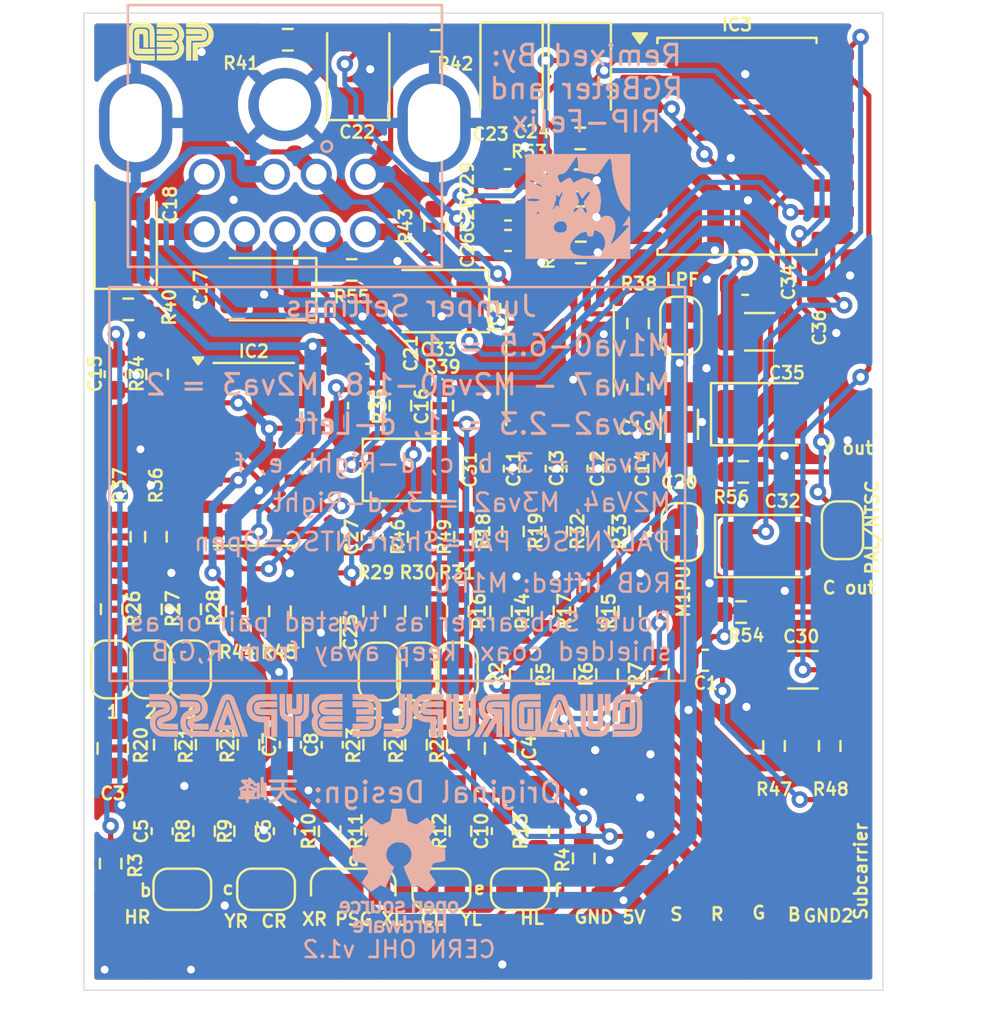
<source format=kicad_pcb>
(kicad_pcb (version 20240108) (generator "pcbnew") (generator_version "8.0")
  (layers (0 "F.Cu" signal) (31 "B.Cu" signal) (34 "B.Paste" user) (35 "F.Paste" user) (36 "B.SilkS" user "B.Silkscreen") (37 "F.SilkS" user "F.Silkscreen") (38 "B.Mask" user) (39 "F.Mask" user) (44 "Edge.Cuts" user))
  (net 0 "")
  (net 1 "/B-IN")
  (net 2 "/CR")
  (net 3 "/XR")
  (net 4 "GND")
  (net 5 "+5V")
  (net 6 "/YL")
  (net 7 "/CL")
  (net 8 "/XL")
  (net 9 "/PSG")
  (net 10 "/YR")
  (net 11 "/OUT1")
  (net 12 "/AUD-R")
  (net 13 "/OUT2")
  (net 14 "/AUD-L")
  (net 15 "/SR")
  (net 16 "/SL")
  (net 17 "Net-(B_1-B)")
  (net 18 "Net-(CLKIN1-Pin_1)")
  (net 19 "/SYNC-TTL")
  (net 20 "Net-(YR2-A)")
  (net 21 "Net-(YL2-A)")
  (net 22 "/G-IN")
  (net 23 "/R-IN")
  (net 24 "Net-(IC1-CH1_IN)")
  (net 25 "Net-(IC1-CH3_IN)")
  (net 26 "Net-(C2-B)")
  (net 27 "Net-(C5-Pad1)")
  (net 28 "Net-(C6-Pad1)")
  (net 29 "Net-(C7-Pad1)")
  (net 30 "Net-(C8-Pad1)")
  (net 31 "Net-(C9-Pad1)")
  (net 32 "Net-(IC1-CH2_IN)")
  (net 33 "Net-(C10-Pad1)")
  (net 34 "Net-(IC1-CH4_IN)")
  (net 35 "Net-(C11-Pad2)")
  (net 36 "2V5")
  (net 37 "Net-(C12-Pad2)")
  (net 38 "Net-(IC2C-+)")
  (net 39 "Net-(C13-Pad2)")
  (net 40 "Net-(C14-Pad2)")
  (net 41 "Net-(C17-Pad1)")
  (net 42 "/OUT3")
  (net 43 "Net-(CN1-MONO)")
  (net 44 "R-OUT")
  (net 45 "Net-(C22-Pad2)")
  (net 46 "B-OUT")
  (net 47 "Net-(D1-B)")
  (net 48 "Net-(D1-A)")
  (net 49 "Net-(E1-B)")
  (net 50 "Net-(F1-B)")
  (net 52 "Net-(IC1-BYPASS)")
  (net 53 "Net-(IC2C--)")
  (net 54 "Net-(IC2D--)")
  (net 55 "Net-(J1-Pin_1)")
  (net 56 "Net-(J2-Pin_1)")
  (net 57 "Net-(J4-Pin_1)")
  (net 58 "Net-(M1PU1-B)")
  (net 59 "Net-(YR2-B)")
  (net 60 "Net-(YR3-B)")
  (net 61 "Net-(YR4-B)")
  (net 62 "Net-(YL2-B)")
  (net 63 "Net-(YL3-B)")
  (net 64 "Net-(YL4-B)")
  (net 65 "Net-(IC3-BIN)")
  (net 66 "Net-(IC3-GIN)")
  (net 67 "Net-(IC3-RIN)")
  (net 68 "Net-(C18-Pad1)")
  (net 69 "Net-(IC3-CRMA)")
  (net 70 "Net-(C22-Pad1)")
  (net 71 "Net-(IC3-COMP)")
  (net 72 "Net-(IC3-LUMA)")
  (net 73 "CLK")
  (net 74 "CVBS")
  (net 75 "Net-(IC3-STND)")
  (net 76 "2V5_IC3")
  (net 77 "Net-(C23-Pad2)")
  (net 78 "Net-(C23-Pad1)")
  (net 79 "Net-(C32-Pad2)")
  (net 80 "Net-(C24-Pad2)")
  (net 81 "Net-(C24-Pad1)")
  (net 82 "Net-(C31-Pad2)")
  (net 83 "Net-(C33-Pad2)")
  (net 84 "Net-(C35-Pad2)")
  (net 85 "Net-(J5-Pin_1)")
  (net 86 "G-OUT")
  (footprint "Resistor_SMD:R_0603_1608Metric" (layer "F.Cu") (at 157.3811 94.9006 180)
    (property "Reference" "R52")
    (property "Value" "75")
  )
  (footprint "Resistor_SMD:R_0603_1608Metric" (layer "F.Cu") (at 151.4161 118.7916 90)
    (property "Reference" "R25")
    (property "Value" "210k")
  )
  (footprint "Package_SO:SOIC-16W_7.5x10.3mm_P1.27mm" (layer "F.Cu") (at 164.9611 89.7506)
    (property "Reference" "IC3")
    (property "Value" "AD724")
  )
  (footprint "Resistor_SMD:R_0603_1608Metric" (layer "F.Cu") (at 160.1611 98.3462 90)
    (property "Reference" "R38")
    (property "Value" "5.62k")
  )
  (footprint "Capacitor_SMD:C_0603_1608Metric" (layer "F.Cu") (at 137.0651 122.9826 -90)
    (property "Reference" "C5")
    (property "Value" "1u")
  )
  (footprint "Resistor_SMD:R_0603_1608Metric" (layer "F.Cu") (at 148.6281 102.3366 90)
    (property "Reference" "R35")
    (property "Value" "300k")
  )
  (footprint "Package_SO:TSSOP-14_4.4x5mm_P0.65mm" (layer "F.Cu") (at 156.3711 99.6772 90)
    (property "Reference" "IC1")
    (property "Value" "THS7374IPWR")
  )
  (footprint "Jumper:SolderJumper-2_P1.3mm_Open_RoundedPad1.0x1.5mm" (layer "F.Cu") (at 138.424 115.134 90)
    (property "Reference" "YR4" (hide yes))
    (property "Value" "SolderJumper_2_Open")
  )
  (footprint "Connector_Wire:SolderWirePad_1x01_SMD_1x2mm" (layer "F.Cu") (at 167.7611 128.8506 180)
    (property "Reference" "B1" (hide yes))
    (property "Value" "SMD_Conn_01x01")
  )
  (footprint "Resistor_SMD:R_0603_1608Metric" (layer "F.Cu") (at 160.2486 108.4402 90)
    (property "Reference" "R33")
    (property "Value" "1k")
  )
  (footprint "Resistor_SMD:R_0603_1608Metric" (layer "F.Cu") (at 165.2611 105.5506 180)
    (property "Reference" "R56")
    (property "Value" "75")
  )
  (footprint "Jumper:SolderJumper-2_P1.3mm_Open_RoundedPad1.0x1.5mm" (layer "F.Cu") (at 150.616 125.802)
    (property "Reference" "E1" (hide yes))
    (property "Value" "SolderJumper_2_Open")
  )
  (footprint "Resistor_SMD:R_0603_1608Metric" (layer "F.Cu") (at 157.6391 112.3146 90)
    (property "Reference" "R17")
    (property "Value" "5.62k")
  )
  (footprint "Resistor_SMD:R_0603_1608Metric" (layer "F.Cu") (at 147.3521 118.7916 90)
    (property "Reference" "R23")
    (property "Value" "210k")
  )
  (footprint "Connector_Wire:SolderWirePad_1x01_SMD_1x2mm" (layer "F.Cu") (at 142.5261 128.9516)
    (property "Reference" "CR1" (hide yes))
    (property "Value" "SMD_Conn_01x01")
  )
  (footprint "Resistor_SMD:R_0603_1608Metric" (layer "F.Cu") (at 141.091 122.9826 90)
    (property "Reference" "R9")
    (property "Value" "75")
  )
  (footprint "Resistor_SMD:R_0603_1608Metric" (layer "F.Cu") (at 149.3841 112.3146 90)
    (property "Reference" "R30")
    (property "Value" "100k")
  )
  (footprint "Resistor_SMD:R_0603_1608Metric" (layer "F.Cu") (at 165.1611 112.3506 180)
    (property "Reference" "R54")
    (property "Value" "75")
  )
  (footprint "Capacitor_SMD:C_0603_1608Metric" (layer "F.Cu") (at 134.7851 100.8126 -90)
    (property "Reference" "C15")
    (property "Value" "150p")
  )
  (footprint "Connector_Wire:SolderWirePad_1x01_SMD_1x2mm" (layer "F.Cu") (at 146.3361 128.9516)
    (property "Reference" "P1" (hide yes))
    (property "Value" "SMD_Conn_01x01")
  )
  (footprint "Capacitor_Tantalum_SMD:CP_EIA-3528-15_AVX-H" (layer "F.Cu") (at 166.3611 109.1506)
    (property "Reference" "C32")
    (property "Value" "220u")
  )
  (footprint "Capacitor_Tantalum_SMD:CP_EIA-3528-15_AVX-H" (layer "F.Cu") (at 150.4711 97.2606 180)
    (property "Reference" "C33")
    (property "Value" "220u")
  )
  (footprint "Resistor_SMD:R_0603_1608Metric" (layer "F.Cu") (at 155.5436 112.3146 90)
    (property "Reference" "R14")
    (property "Value" "5.62k")
  )
  (footprint "Connector_Wire:SolderWirePad_1x01_SMD_1x2mm" (layer "F.Cu") (at 155.0111 128.9506)
    (property "Reference" "J2" (hide yes))
    (property "Value" "SMD_Conn_01x01")
  )
  (footprint "Resistor_SMD:R_0603_1608Metric" (layer "F.Cu") (at 140.6846 112.3146 -90)
    (property "Reference" "R44")
    (property "Value" "10k")
  )
  (footprint "Jumper:SolderJumper-2_P1.3mm_Open_RoundedPad1.0x1.5mm" (layer "F.Cu") (at 136.519 115.134 90)
    (property "Reference" "YR3" (hide yes))
    (property "Value" "SolderJumper_2_Open")
  )
  (footprint "Resistor_SMD:R_0603_1608Metric" (layer "F.Cu") (at 158.6551 115.3626 -90)
    (property "Reference" "R6")
    (property "Value" "5.62k")
  )
  (footprint "Capacitor_SMD:C_0603_1608Metric" (layer "F.Cu") (at 149.5111 122.9826 -90)
    (property "Reference" "C9")
    (property "Value" "1u")
  )
  (footprint "Jumper:SolderJumper-2_P1.3mm_Open_RoundedPad1.0x1.5mm" (layer "F.Cu") (at 154.426 125.802)
    (property "Reference" "F1" (hide yes))
    (property "Value" "SolderJumper_2_Open")
  )
  (footprint "Resistor_SMD:R_0603_1608Metric" (layer "F.Cu") (at 157.3561 89.3706)
    (property "Reference" "R53")
    (property "Value" "10k")
  )
  (footprint "Jumper:SolderJumper-2_P1.3mm_Open_RoundedPad1.0x1.5mm" (layer "F.Cu") (at 138.043 125.802)
    (property "Reference" "B_1" (hide yes))
    (property "Value" "SolderJumper_2_Open")
  )
  (footprint "Jumper:SolderJumper-2_P1.3mm_Open_RoundedPad1.0x1.5mm" (layer "F.Cu") (at 151.378 115.2356 90)
    (property "Reference" "YL4" (hide yes))
    (property "Value" "SolderJumper_2_Open")
  )
  (footprint "Resistor_SMD:R_0603_1608Metric" (layer "F.Cu") (at 136.7611 108.7006 90)
    (property "Reference" "R37")
    (property "Value" "10k")
  )
  (footprint "Resistor_SMD:R_0603_1608Metric" (layer "F.Cu") (at 138.424 112.213 90)
    (property "Reference" "R28")
    (property "Value" "130k")
  )
  (footprint "Connector_Wire:SolderWirePad_1x01_SMD_1x2mm" (layer "F.Cu") (at 169.4111 128.8506 180)
    (property "Reference" "GND2")
    (property "Value" "SMD_Conn_01x01")
  )
  (footprint "Resistor_SMD:R_0603_1608Metric" (layer "F.Cu") (at 151.5431 122.9826 90)
    (property "Reference" "R12")
    (property "Value" "75")
  )
  (footprint "Capacitor_SMD:C_1206_3216Metric" (layer "F.Cu") (at 166.0611 98.7506)
    (property "Reference" "C36")
    (property "Value" "10u")
  )
  (footprint "Jumper:SolderJumper-2_P1.3mm_Open_RoundedPad1.0x1.5mm" (layer "F.Cu") (at 162.306 108.4656 -90)
    (property "Reference" "M1PU1" (hide yes))
    (property "Value" "SolderJumper_2_Open")
  )
  (footprint "Resistor_SMD:R_0603_1608Metric" (layer "F.Cu") (at 143.1611 84.5806)
    (property "Reference" "R41")
    (property "Value" "75")
  )
  (footprint "Capacitor_SMD:C_0603_1608Metric" (layer "F.Cu") (at 153.5751 122.9826 -90)
    (property "Reference" "C10")
    (property "Value" "1u")
  )
  (footprint "Capacitor_Tantalum_SMD:CP_EIA-3528-15_AVX-H" (layer "F.Cu") (at 149.2611 105.4506)
    (property "Reference" "C31")
    (property "Value" "47u")
  )
  (footprint "Resistor_SMD:R_0603_1608Metric" (layer "F.Cu") (at 136.519 112.213 90)
    (property "Reference" "R27")
    (property "Value" "100k")
  )
  (footprint "Resistor_SMD:R_0603_1608Metric" (layer "F.Cu") (at 150.3111 93.6256 90)
    (property "Reference" "R43")
    (property "Value" "75")
  )
  (footprint "Jumper:SolderJumper-2_P1.3mm_Open_RoundedPad1.0x1.5mm" (layer "F.Cu") (at 134.614 115.134 90)
    (property "Reference" "YR2" (hide yes))
    (property "Value" "SolderJumper_2_Open")
  )
  (footprint "Connector_Wire:SolderWirePad_1x01_SMD_1x2mm" (layer "F.Cu") (at 170.4611 105.4506 90)
    (property "Reference" "J5" (hide yes))
    (property "Value" "SMD_Conn_01x01")
  )
  (footprint "Capacitor_Tantalum_SMD:CP_EIA-3528-15_AVX-H" (layer "F.Cu") (at 146.5811 86.0181 90)
    (property "Reference" "C22")
    (property "Value" "220u")
  )
  (footprint "Connector_Wire:SolderWirePad_1x01_SMD_1x2mm" (layer "F.Cu") (at 140.6211 128.9516)
    (property "Reference" "YR1" (hide yes))
    (property "Value" "SMD_Conn_01x01")
  )
  (footprint "Capacitor_SMD:C_0603_1608Metric" (layer "F.Cu") (at 142.996 122.9826 -90)
    (property "Reference" "C6")
    (property "Value" "1u")
  )
  (footprint "Resistor_SMD:R_0603_1608Metric" (layer "F.Cu") (at 166.7611 118.8506 -90)
    (property "Reference" "R47")
    (property "Value" "10k")
  )
  (footprint "Resistor_SMD:R_0603_1608Metric" (layer "F.Cu") (at 155.315 122.9826 90)
    (property "Reference" "R13")
    (property "Value" "75")
  )
  (footprint "Resistor_SMD:R_0603_1608Metric" (layer "F.Cu") (at 159.7346 112.3146 90)
    (property "Reference" "R15")
    (property "Value" "5.62k")
  )
  (footprint "Resistor_SMD:R_0603_1608Metric" (layer "F.Cu") (at 151.7611 108.7006 90)
    (property "Reference" "R49")
    (property "Value" "330")
  )
  (footprint "Resistor_SMD:R_0603_1608Metric" (layer "F.Cu") (at 139.2241 118.7916 90)
    (property "Reference" "R21")
    (property "Value" "210k")
  )
  (footprint "Resistor_SMD:R_0603_1608Metric" (layer "F.Cu") (at 156.1846 108.4402 90)
    (property "Reference" "R19")
    (property "Value" "1k")
  )
  (footprint "Connector_Wire:SolderWirePad_1x01_SMD_1x2mm" (layer "F.Cu") (at 171.0011 128.8606 180)
    (property "Reference" "CLKIN1" (hide yes))
    (property "Value" "SMD_Conn_01x01")
  )
  (footprint "Capacitor_SMD:C_0603_1608Metric" (layer "F.Cu") (at 153.8511 92.8406 180)
    (property "Reference" "C28")
    (property "Value" "0.1u")
  )
  (footprint "Resistor_SMD:R_0603_1608Metric" (layer "F.Cu") (at 157.3211 93.1906 180)
    (property "Reference" "R51")
    (property "Value" "75")
  )
  (footprint "Resistor_SMD:R_0603_1608Metric" (layer "F.Cu") (at 150.3411 84.6306)
    (property "Reference" "R42")
    (property "Value" "75")
  )
  (footprint "Connector_Wire:SolderWirePad_1x01_SMD_1x2mm" (layer "F.Cu") (at 150.1461 128.9516)
    (property "Reference" "CL1" (hide yes))
    (property "Value" "SMD_Conn_01x01")
  )
  (footprint "Resistor_SMD:R_0603_1608Metric" (layer "F.Cu") (at 149.3841 118.7916 90)
    (property "Reference" "R24")
    (property "Value" "210k")
  )
  (footprint "Jumper:SolderJumper-2_P1.3mm_Open_RoundedPad1.0x1.5mm" (layer "F.Cu") (at 162.2411 98.4506 -90)
    (property "Reference" "LPF1" (hide yes))
    (property "Value" "SolderJumper_2_Open")
  )
  (footprint "footprints:QBP_LOGO" (layer "F.Cu") (at 137.5111 84.6306)
    (property "Reference" "Ref**" (hide yes))
    (property "Value" "LOGO" (hide yes))
  )
  (footprint "Resistor_SMD:R_0603_1608Metric" (layer "F.Cu") (at 150.6601 102.3366 90)
    (property "Reference" "R39")
    (property "Value" "330")
  )
  (footprint "Capacitor_SMD:C_0603_1608Metric" (layer "F.Cu") (at 155.1686 105.3922 -90)
    (property "Reference" "C13")
    (property "Value" "0.1u")
  )
  (footprint "Resistor_SMD:R_0603_1608Metric" (layer "F.Cu") (at 156.5596 115.3626 -90)
    (property "Reference" "R5")
    (property "Value" "5.62k")
  )
  (footprint "Jumper:SolderJumper-3_P1.3mm_Open_RoundedPad1.0x1.5mm" (layer "F.Cu") (at 146.3361 125.802)
    (property "Reference" "D1" (hide yes))
    (property "Value" "SolderJumper_3_Open")
  )
  (footprint "Resistor_SMD:R_0603_1608Metric" (layer "F.Cu") (at 137.1921 118.7916 90)
    (property "Reference" "R20")
    (property "Value" "210k")
  )
  (footprint "Connector_Wire:SolderWirePad_1x01_SMD_1x2mm" (layer "F.Cu") (at 166.0111 128.8506 180)
    (property "Reference" "G1" (hide yes))
    (property "Value" "SMD_Conn_01x01")
  )
  (footprint "Jumper:SolderJumper-2_P1.3mm_Open_RoundedPad1.0x1.5mm" (layer "F.Cu") (at 147.6061 115.2356 90)
    (property "Reference" "YL2" (hide yes))
    (property "Value" "SolderJumper_2_Open")
  )
  (footprint "Resistor_SMD:R_0603_1608Metric" (layer "F.Cu") (at 154.0891 108.4402 90)
    (property "Reference" "R18")
    (property "Value" "1k")
  )
  (footprint "Resistor_SMD:R_0603_1608Metric" (layer "F.Cu") (at 147.4791 122.9826 90)
    (property "Reference" "R11")
    (property "Value" "2.2k")
  )
  (footprint "Capacitor_SMD:C_0603_1608Metric" (layer "F.Cu") (at 165.3611 96.4506)
    (property "Reference" "C34")
    (property "Value" "0.1u")
  )
  (footprint "Resistor_SMD:R_0603_1608Metric" (layer "F.Cu") (at 135.4201 97.663 180)
    (property "Reference" "R40")
    (property "Value" "330")
  )
  (footprint "Resistor_SMD:R_0603_1608Metric" (layer "F.Cu") (at 134.5632 124.5574 90)
    (property "Reference" "R3")
    (property "Value" "100k")
  )
  (footprint "Jumper:SolderJumper-2_P1.3mm_Open_RoundedPad1.0x1.5mm" (layer "F.Cu") (at 170.0811 108.3806 90)
    (property "Reference" "J3" (hide yes))
    (property "Value" "SolderJumper_2_Open")
  )
  (footprint "Resistor_SMD:R_0603_1608Metric" (layer "F.Cu") (at 161.1316 115.3626 90)
    (property "Reference" "R7")
    (property "Value" "5.62k")
  )
  (footprint "Resistor_SMD:R_0603_1608Metric" (layer "F.Cu") (at 141.2561 118.7916 90)
    (property "Reference" "R22")
    (property "Value" "210k")
  )
  (footprint "Connector_Wire:SolderWirePad_1x01_SMD_1x2mm" (layer "F.Cu") (at 160.0111 128.9506)
    (property "Reference" "UNK5V1" (hide yes))
    (property "Value" "SMD_Conn_01x01")
  )
  (footprint "Connector_Wire:SolderWirePad_1x01_SMD_1x2mm" (layer "F.Cu") (at 135.7951 128.9516)
    (property "Reference" "J1" (hide yes))
    (property "Value" "SMD_Conn_01x01")
  )
  (footprint "Capacitor_SMD:C_0603_1608Metric" (layer "F.Cu") (at 153.8311 91.3706 180)
    (property "Reference" "C29")
    (property "Value" "0.1u")
  )
  (footprint "Capacitor_SMD:C_0805_2012Metric" (layer "F.Cu") (at 134.6648 118.9694 -90)
    (property "Reference" "C3")
    (property "Value" "10u")
  )
  (footprint "Connector_Wire:SolderWirePad_1x01_SMD_1x2mm" (layer "F.Cu") (at 144.4311 128.9516)
    (property "Reference" "XR1" (hide yes))
    (property "Value" "SMD_Conn_01x01")
  )
  (footprint "Capacitor_SMD:C_1206_3216Metric" (layer "F.Cu") (at 144.8121 113.3306 -90)
    (property "Reference" "C25")
    (property "Value" "10u")
  )
  (footprint "Capacitor_Tantalum_SMD:CP_EIA-3528-15_AVX-H" (layer "F.Cu") (at 142.0876 96.6851 180)
    (property "Reference" "C17")
    (property "Value" "47u")
  )
  (footprint "Connector_Wire:SolderWirePad_1x01_SMD_1x2mm" (layer "F.Cu") (at 164.0111 128.8506 180)
    (property "Reference" "R1" (hide yes))
    (property "Value" "SMD_Conn_01x01")
  )
  (footprint "Connector_Wire:SolderWirePad_1x01_SMD_1x2mm" (layer "F.Cu") (at 170.4611 112.2506 90)
    (property "Reference" "J4" (hide yes))
    (property "Value" "SMD_Conn_01x01")
  )
  (footprint "Resistor_SMD:R_0603_1608Metric" (layer "F.Cu") (at 145.1931 122.9826 90)
    (property "Reference" "R10")
    (property "Value" "750")
  )
  (footprint "Capacitor_Tantalum_SMD:CP_EIA-3528-15_AVX-H" (layer "F.Cu") (at 154.0211 86.2031 -90)
    (property "Reference" "C23")
    (property "Value" "220u")
  )
  (footprint "Resistor_SMD:R_0603_1608Metric" (layer "F.Cu") (at 151.4161 112.3146 90)
    (property "Reference" "R31")
    (property "Value" "130k")
  )
  (footprint "Capacitor_SMD:C_0603_1608Metric" (layer "F.Cu") (at 157.2006 105.3922 -90)
    (property "Reference" "C12")
    (property "Value" "0.1u")
  )
  (footprint "Resistor_SMD:R_0603_1608Metric" (layer "F.Cu") (at 142.7801 112.3146 90)
    (property "Reference" "R45")
    (property "Value" "10k")
  )
  (footprint "Resistor_SMD:R_0603_1608Metric" (layer "F.Cu") (at 169.4611 118.8506 90)
    (property "Reference" "R48")
    (property "Value" "10k")
  )
  (footprint "Resistor_SMD:R_0603_1608Metric" (layer "F.Cu") (at 153.5116 112.3146 90)
    (property "Reference" "R16")
    (property "Value" "5.62k")
  )
  (footprint "Capacitor_SMD:C_0603_1608Metric" (layer "F.Cu") (at 147.2611 108.7006 90)
    (property "Reference" "C27")
    (property "Value" "1nf")
  )
  (footprint "Capacitor_SMD:C_0805_2012Metric" (layer "F.Cu") (at 153.4608 118.9694 -90)
    (property "Reference" "C4")
    (property "Value" "10u")
  )
  (footprint "Capacitor_SMD:C_0603_1608Metric" (layer "F.Cu") (at 145.3201 118.7916 -90)
    (property "Reference" "C8")
    (property "Value" "1u")
  )
  (footprint "Resistor_SMD:R_0603_1608Metric" (layer "F.Cu") (at 158.2166 108.4402 90)
    (property "Reference" "R32")
    (property "Value" "1k")
  )
  (footprint "Connector_Wire:SolderWirePad_1x01_SMD_1x2mm" (layer "F.Cu") (at 162.0111 128.8506 180)
    (property "Reference" "S1" (hide yes))
    (property "Value" "SMD_Conn_01x01")
  )
  (footprint "Capacitor_Tantalum_SMD:CP_EIA-3528-15_AVX-H" (layer "F.Cu") (at 135.2931 94.2086 90)
    (property "Reference" "C18")
    (property "Value" "47u")
  )
  (footprint "Resistor_SMD:R_0603_1608Metric" (layer "F.Cu") (at 157.5248 124.3034 90)
    (property "Reference" "R4")
    (property "Value" "100k")
  )
  (footprint "Resistor_SMD:R_0603_1608Metric" (layer "F.Cu") (at 147.3521 112.3146 90)
    (property "Reference" "R29")
    (property "Value" "10k")
  )
  (footprint "Capacitor_SMD:C_0603_1608Metric" (layer "F.Cu") (at 153.1366 105.3922 -90)
    (property "Reference" "C11")
    (property "Value" "0.1u")
  )
  (footprint "Capacitor_SMD:C_0603_1608Metric" (layer "F.Cu") (at 143.2881 118.7916 -90)
    (property "Reference" "C7")
    (property "Value" "1u")
  )
  (footprint "Capacitor_SMD:C_0603_1608Metric" (layer "F.Cu") (at 146.5961 102.3366 -90)
    (property "Reference" "C16")
    (property "Value" "150p")
  )
  (footprint "Capacitor_SMD:C_0603_1608Metric" (layer "F.Cu") (at 147.1041 99.7966)
    (property "Reference" "C21")
    (property "Value" "0.1u")
  )
  (footprint "Capacitor_SMD:C_1206_3216Metric" (layer "F.Cu") (at 162.1611 103.2462 -90)
    (property "Reference" "C20")
    (property "Value" "10u")
  )
  (footprint "Capacitor_SMD:C_0603_1608Metric" (layer "F.Cu") (at 153.8511 94.3206 180)
    (property "Reference" "C26")
    (property "Value" "0.1u")
  )
  (footprint "Resistor_SMD:R_0603_1608Metric" (layer "F.Cu") (at 146.2611 95.7506)
    (property "Reference" "R55")
    (property "Value" "75")
  )
  (footprint "Capacitor_Tantalum_SMD:CP_EIA-3528-15_AVX-H" (layer "F.Cu") (at 166.1611 102.7506)
    (property "Reference" "C35")
    (property "Value" "220u")
  )
  (footprint "Resistor_SMD:R_0603_1608Metric" (layer "F.Cu") (at 136.8171 100.8126 90)
    (property "Reference" "R34")
    (property "Value" "300k")
  )
  (footprint "Capacitor_SMD:C_0603_1608Metric" (layer "F.Cu") (at 159.2326 105.3922 -90)
    (property "Reference" "C14")
    (property "Value" "0.1u")
  )
  (footprint "Connector_Wire:SolderWirePad_1x01_SMD_1x2mm" (layer "F.Cu") (at 148.2411 128.9516)
    (property "Reference" "XL1" (hide yes))
    (property "Value" "SMD_Conn_01x01")
  )
  (footprint "Connector_Wire:SolderWirePad_1x01_SMD_1x2mm" (layer "F.Cu") (at 152.0511 128.9516)
    (property "Reference" "YL1" (hide yes))
    (property "Value" "SMD_Conn_01x01")
  )
  (footprint "Jumper:SolderJumper-2_P1.3mm_Open_RoundedPad1.0x1.5mm" (layer "F.Cu") (at 142.107 125.802 180)
    (property "Reference" "C2" (hide yes))
    (property "Value" "SolderJumper_2_Open")
  )
  (footprint "Resistor_SMD:R_0603_1608Metric" (layer "F.Cu") (at 134.614 112.213 90)
    (property "Reference" "R26")
    (property "Value" "10k")
  )
  (footprint "Capacitor_SMD:C_1206_3216Metric" (layer "F.Cu") (at 168.1611 115.1506 180)
    (property "Reference" "C30")
    (property "Value" "10u")
  )
  (footprint "Resistor_SMD:R_0603_1608Metric" (layer "F.Cu") (at 157.3311 91.4006 180)
    (property "Reference" "R50")
    (property "Value" "75")
  )
  (footprint "Capacitor_SMD:C_0603_1608Metric" (layer "F.Cu") (at 160.147 101.4462 90)
    (property "Reference" "C19")
    (property "Value" "0.1u")
  )
  (footprint "Connector_Wire:SolderWirePad_1x01_SMD_1x2mm" (layer "F.Cu") (at 158.0111 128.9516 180)
    (property "Reference" "GND1" (hide yes))
    (property "Value" "SMD_Conn_01x01")
  )
  (footprint "Jumper:SolderJumper-2_P1.3mm_Open_RoundedPad1.0x1.5mm" (layer "F.Cu") (at 149.473 115.2356 90)
    (property "Reference" "YL3" (hide yes))
    (property "Value" "SolderJumper_2_Open")
  )
  (footprint "Capacitor_SMD:C_0603_1608Metric" (layer "F.Cu") (at 163.4211 114.6906)
    (property "Reference" "C1")
    (property "Value" "0.1u")
  )
  (footprint "Resistor_SMD:R_0603_1608Metric" (layer "F.Cu") (at 139.0971 122.9826 90)
    (property "Reference" "R8")
    (property "Value" "75")
  )
  (footprint "Package_SO:SOIC-14_3.9x8.7mm_P1.27mm" (layer "F.Cu") (at 141.5111 104.7006)
    (property "Reference" "IC2")
    (property "Value" "TL974")
  )
  (footprint "Resistor_SMD:R_0603_1608Metric" (layer "F.Cu") (at 149.5111 108.7006 -90)
    (property "Reference" "R46")
    (property "Value" "5.5k")
  )
  (footprint "Capacitor_Tantalum_SMD:CP_EIA-3528-15_AVX-H" (layer "F.Cu") (at 157.3311 86.2231 -90)
    (property "Reference" "C24")
    (property "Value" "220u")
  )
  (footprint "Resistor_SMD:R_0603_1608Metric" (layer "F.Cu") (at 135.0111 108.7006 -90)
    (property "Reference" "R36")
    (property "Value" "10k")
  )
  (footprint "Resistor_SMD:R_0603_1608Metric" (layer "F.Cu") (at 154.4641 115.3626 -90)
    (property "Reference" "R2")
    (property "Value" "2.2k")
  )
  (footprint "footprints:4bp_LOGO" (layer "B.Cu") (at 148.3211 117.3906 180)
    (property "Reference" "Ref**" (hide yes))
    (property "Value" "LOGO" (hide yes))
  )
  (footprint "RIP-Felix Logo(Small)" (layer "B.Cu") (at 157.2411 92.6706 180)
    (property "Reference" "G***" (hide yes))
    (property "Value" "LOGO" (hide yes))
  )
  (footprint "MyLibrary:MD90SM-MD2" (layer "B.Cu") (at 143.0195 82.9024)
    (property "Reference" "CN1" (hide yes))
    (property "Value" "MD-90SM_MD2" (hide yes))
  )
  (footprint "Symbol:OSHW-Logo_5.7x6mm_SilkScreen" (layer "B.Cu") (at 148.5611 124.9056 180)
    (property "Reference" "REF**" (hide yes))
    (property "Value" "OSHW-Logo_5.7x6mm_SilkScreen" (hide yes))
  )
  (gr_rect (start 134.5011 96.5806) (end 162.4411 115.6906) (stroke (width 0.12)) (fill none) (layer "B.SilkS"))
  (gr_rect (start 133.2611 83.2866) (end 172.0411 130.7006) (stroke (width 0.05)) (fill none) (layer "Edge.Cuts"))
  (gr_text "PAL/NTSC: PAL=Short NTSC=Open" (at 161.8361 108.9406 0) (layer "B.SilkS") (effects (font (size 0.889 0.889) (thickness 0.127)) (justify left mirror)))
  (gr_text "M1va7 - M2va0-1.8, M2va3 = 2" (at 161.8361 101.3206 0) (layer "B.SilkS") (effects (font (size 1 1)) (justify left mirror)))
  (gr_text "M2Va4, M3va2 = 3, d-Right" (at 161.8361 107.0356 0) (layer "B.SilkS") (effects (font (size 0.889 0.889) (thickness 0.127)) (justify left mirror)))
  (gr_text "RGB lifted: M1PU" (at 161.8611 110.9506 0) (layer "B.SilkS") (effects (font (size 0.889 0.889) (thickness 0.127)) (justify left mirror)))
  (gr_text "M1va0-6.5 = 1" (at 161.8361 99.4156 0) (layer "B.SilkS") (effects (font (size 1 1)) (justify left mirror)))
  (gr_text "Jumper Settings" (at 149.1361 97.5106 0) (layer "B.SilkS") (effects (font (size 1 1)) (justify mirror)))
  (gr_text "Original Design: 天峰" (at 148.5611 121.0956 0) (layer "B.SilkS") (effects (font (size 1 1)) (justify mirror)))
  (gr_text "CERN OHL v1.2" (at 148.5611 128.7156 0) (layer "B.SilkS") (effects (font (size 0.8128 0.8128) (thickness 0.127)) (justify mirror)))
  (gr_text "Remixed By:\nRGBeter and\nRIP-Felix" (at 157.6511 86.9506 0) (layer "B.SilkS") (effects (font (size 1 1)) (justify mirror)))
  (gr_text "Route Subcarrier as twisted pair or as \nshielded coax, keep away from R,G,B" (at 161.8811 113.5506 0) (layer "B.SilkS") (effects (font (size 0.889 0.889) (thickness 0.127)) (justify left mirror)))
  (gr_text "M2va2-2.3 = 1, d-Left" (at 161.8361 103.2256 0) (layer "B.SilkS") (effects (font (size 1 1)) (justify left mirror)))
  (gr_text "M3va1 = 3, b, c, d-Right, e, f" (at 161.8361 105.1306 0) (layer "B.SilkS") (effects (font (size 0.889 0.889) (thickness 0.127)) (justify left mirror)))
  (gr_text "S" (at 162.0211 127.0206 0) (layer "F.SilkS") (effects (font (size 0.6096 0.6096) (thickness 0.127))))
  (gr_text "2" (at 136.5111 117.2006 0) (layer "F.SilkS") (effects (font (size 0.6096 0.6096) (thickness 0.127))))
  (gr_text "Y out" (at 170.3211 104.3906 0) (layer "F.SilkS") (effects (font (size 0.6096 0.6096) (thickness 0.127))))
  (gr_text "LPF" (at 162.3011 96.2306 0) (layer "F.SilkS") (effects (font (size 0.6096 0.6096) (thickness 0.127))))
  (gr_text "B" (at 167.7411 127.0306 0) (layer "F.SilkS") (effects (font (size 0.6096 0.6096) (thickness 0.127))))
  (gr_text "R" (at 164.0011 127.0106 0) (layer "F.SilkS") (effects (font (size 0.6096 0.6096) (thickness 0.127))))
  (gr_text "PSG" (at 146.3611 127.2506 0) (layer "F.SilkS") (effects (font (size 0.6096 0.6096) (thickness 0.127))))
  (gr_text "HR" (at 135.8611 127.1506 0) (layer "F.SilkS") (effects (font (size 0.6096 0.6096) (thickness 0.127))))
  (gr_text "b" (at 136.2611 125.8506 0) (layer "F.SilkS") (effects (font (size 0.6096 0.6096) (thickness 0.127))))
  (gr_text "c" (at 140.2611 125.7506 0) (layer "F.SilkS") (effects (font (size 0.6096 0.6096) (thickness 0.127))))
  (gr_text "CL" (at 150.1611 127.2506 0) (layer "F.SilkS") (effects (font (size 0.6096 0.6096) (thickness 0.127))))
  (gr_text "1" (at 134.6708 117.2006 0) (layer "F.SilkS") (effects (font (size 0.6096 0.6096) (thickness 0.127))))
  (gr_text "XL" (at 148.2611 127.2506 0) (layer "F.SilkS") (effects (font (size 0.6096 0.6096) (thickness 0.127))))
  (gr_text "M1PU" (at 162.3568 111.3506 90) (layer "F.SilkS") (effects (font (size 0.6096 0.6096) (thickness 0.127))))
  (gr_text "C out" (at 170.3911 111.1706 0) (layer "F.SilkS") (effects (font (size 0.6096 0.6096) (thickness 0.127))))
  (gr_text "Subcarrier\n" (at 170.9711 124.9306 90) (layer "F.SilkS") (effects (font (size 0.6096 0.6096) (thickness 0.127))))
  (gr_text "G" (at 166.0211 126.9406 0) (layer "F.SilkS") (effects (font (size 0.6096 0.6096) (thickness 0.127))))
  (gr_text "YL" (at 152.0611 127.2506 0) (layer "F.SilkS") (effects (font (size 0.6096 0.6096) (thickness 0.127))))
  (gr_text "3" (at 151.5111 117.2006 0) (layer "F.SilkS") (effects (font (size 0.6096 0.6096) (thickness 0.127))))
  (gr_text "e" (at 152.4611 125.7506 0) (layer "F.SilkS") (effects (font (size 0.6096 0.6096) (thickness 0.127))))
  (gr_text "5V" (at 159.9611 127.1606 0) (layer "F.SilkS") (effects (font (size 0.6096 0.6096) (thickness 0.127))))
  (gr_text "PAL/NTSC" (at 171.5211 108.2406 90) (layer "F.SilkS") (effects (font (size 0.6096 0.6096) (thickness 0.127))))
  (gr_text "XR" (at 144.4611 127.2506 0) (layer "F.SilkS") (effects (font (size 0.6096 0.6096) (thickness 0.127))))
  (gr_text "CR" (at 142.494 127.3506 0) (layer "F.SilkS") (effects (font (size 0.6096 0.6096) (thickness 0.127))))
  (gr_text "YR" (at 140.6611 127.3506 0) (layer "F.SilkS") (effects (font (size 0.6096 0.6096) (thickness 0.127))))
  (gr_text "f" (at 156.2611 125.8506 0) (layer "F.SilkS") (effects (font (size 0.6096 0.6096) (thickness 0.127))))
  (gr_text "d" (at 146.3611 124.3506 0) (layer "F.SilkS") (effects (font (size 0.6096 0.6096) (thickness 0.127))))
  (gr_text "1" (at 147.574 117.2006 0) (layer "F.SilkS") (effects (font (size 0.6096 0.6096) (thickness 0.127))))
  (gr_text "3" (at 138.43 117.2006 0) (layer "F.SilkS") (effects (font (size 0.6096 0.6096) (thickness 0.127))))
  (gr_text "GND" (at 158.0111 127.1506 0) (layer "F.SilkS") (effects (font (size 0.6096 0.6096) (thickness 0.127))))
  (gr_text "2" (at 149.5111 117.2006 0) (layer "F.SilkS") (effects (font (size 0.6096 0.6096) (thickness 0.127))))
  (gr_text "HL" (at 155.0111 127.2006 0) (layer "F.SilkS") (effects (font (size 0.6096 0.6096) (thickness 0.127))))
  (segment (start 161.1316 117.9661) (end 167.7611 124.5956) (width 0.254) (layer "F.Cu") (net 1))
  (segment (start 160.1283 115.9468) (end 160.3941 116.2126) (width 0.254) (layer "F.Cu") (net 1))
  (segment (start 160.3941 116.2126) (end 161.1316 116.2126) (width 0.254) (layer "F.Cu") (net 1))
  (segment (start 160.1283 113.5583) (end 160.1283 115.9468) (width 0.254) (layer "F.Cu") (net 1))
  (segment (start 161.1316 116.2126) (end 161.1316 117.9661) (width 0.254) (layer "F.Cu") (net 1))
  (segment (start 167.7611 124.5956) (end 167.7611 128.8506) (width 0.254) (layer "F.Cu") (net 1))
  (segment (start 159.7346 113.1646) (end 160.1283 113.5583) (width 0.254) (layer "F.Cu") (net 1))
  (segment (start 142.5261 127.497022) (end 142.355078 127.326) (width 0.25) (layer "F.Cu") (net 2))
  (segment (start 142.355078 127.326) (end 137.662 127.326) (width 0.25) (layer "F.Cu") (net 2))
  (segment (start 137.0651 124.5701) (end 137.393 124.898) (width 0.25) (layer "F.Cu") (net 2))
  (segment (start 142.5261 128.977) (end 142.5261 127.497022) (width 0.25) (layer "F.Cu") (net 2))
  (segment (start 137.393 124.898) (end 137.393 125.802) (width 0.25) (layer "F.Cu") (net 2))
  (segment (start 137.0651 123.7576) (end 137.0651 124.5701) (width 0.25) (layer "F.Cu") (net 2))
  (segment (start 137.393 127.057) (end 137.393 125.802) (width 0.25) (layer "F.Cu") (net 2))
  (segment (start 137.662 127.326) (end 137.393 127.057) (width 0.25) (layer "F.Cu") (net 2))
  (segment (start 144.4311 127.4911) (end 144.266 127.326) (width 0.25) (layer "F.Cu") (net 3))
  (segment (start 142.757 127.087) (end 142.757 125.802) (width 0.25) (layer "F.Cu") (net 3))
  (segment (start 142.757 124.644) (end 142.757 125.802) (width 0.25) (layer "F.Cu") (net 3))
  (segment (start 142.996 127.326) (end 142.757 127.087) (width 0.25) (layer "F.Cu") (net 3))
  (segment (start 144.4311 128.977) (end 144.4311 127.4911) (width 0.25) (layer "F.Cu") (net 3))
  (segment (start 142.996 123.7576) (end 142.996 124.405) (width 0.25) (layer "F.Cu") (net 3))
  (segment (start 142.996 124.405) (end 142.757 124.644) (width 0.25) (layer "F.Cu") (net 3))
  (segment (start 144.266 127.326) (end 142.996 127.326) (width 0.25) (layer "F.Cu") (net 3))
  (via (at 140.5311 92.3506) (size 0.8) (drill 0.4) (layers "F.Cu" "B.Cu") (net 4))
  (via (at 158.2411 105.3806) (size 0.8) (drill 0.4) (layers "F.Cu" "B.Cu") (net 4))
  (via (at 169.7811 98.8106) (size 0.8) (drill 0.4) (layers "F.Cu" "B.Cu") (net 4))
  (via (at 137.5111 110.4506) (size 0.8) (drill 0.4) (layers "F.Cu" "B.Cu") (net 4))
  (via (at 148.4811 95.3206) (size 0.8) (drill 0.4) (layers "F.Cu" "B.Cu") (net 4))
  (via (at 160.7611 123.1506) (size 0.8) (drill 0.4) (layers "F.Cu" "B.Cu") (net 4))
  (via (at 136.0551 98.9076) (size 0.7874) (drill 0.381) (layers "F.Cu" "B.Cu") (net 4))
  (via (at 158.2061 94.9006) (size 0.8) (drill 0.4) (layers "F.Cu" "B.Cu") (net 4))
  (via (at 140.1011 126.5906) (size 0.8) (drill 0.4) (layers "F.Cu" "B.Cu") (net 4))
  (via (at 158.496 98.8644) (size 0.7874) (drill 0.381) (layers "F.Cu" "B.Cu") (net 4))
  (via (at 145.9211 108.3806) (size 0.8) (drill 0.4) (layers "F.Cu" "B.Cu") (net 4))
  (via (at 170.4511 96.0206) (size 0.8) (drill 0.4) (layers "F.Cu" "B.Cu") (net 4))
  (via (at 146.7811 98.0106) (size 0.8) (drill 0.4) (layers "F.Cu" "B.Cu") (net 4))
  (via (at 147.1611 86.0106) (size 0.8) (drill 0.4) (layers "F.Cu" "B.Cu") (net 4))
  (via (at 135.8111 100.8506) (size 0.8) (drill 0.4) (layers "F.Cu" "B.Cu") (net 4))
  (via (at 148.4411 117.1906) (size 0.8) (drill 0.4) (layers "F.Cu" "B.Cu") (net 4))
  (via (at 165.3611 86.2506) (size 0.8) (drill 0.4) (layers "F.Cu" "B.Cu") (net 4))
  (via (at 155.4611 95.3906) (size 0.8) (drill 0.4) (layers "F.Cu" "B.Cu") (net 4))
  (via (at 157.5121 121.0776) (size 0.7874) (drill 0.381) (layers "F.Cu" "B.Cu") (net 4))
  (via (at 157.0101 101.0742) (size 0.7874) (drill 0.381) (layers "F.Cu" "B.Cu") (net 4))
  (via (at 167.2811 111.3206) (size 0.8) (drill 0.4) (layers "F.Cu" "B.Cu") (net 4))
  (via (at 165.4211 116.9506) (size 0.8) (drill 0.4) (layers "F.Cu" "B.Cu") (net 4))
  (via (at 134.2711 129.7006) (size 0.7874) (drill 0.381) (layers "F.Cu" "B.Cu") (net 4))
  (via (at 152.8191 101.8362) (size 0.7874) (drill 0.381) (layers "F.Cu" "B.Cu") (net 4))
  (via (at 144.774 113.356) (size 0.7874) (drill 0.381) (layers "F.Cu" "B.Cu") (net 4))
  (via (at 165.1711 107.1006) (size 0.8) (drill 0.4) (layers "F.Cu" "B.Cu") (net 4))
  (via (at 138.7611 97.4506) (size 0.8) (drill 0.4) (layers "F.Cu" "B.Cu") (net 4))
  (via (at 135.099936 121.7126) (size 0.7874) (drill 0.381) (layers "F.Cu" "B.Cu") (net 4))
  (via (at 137.4511 112.2606) (size 0.8) (drill 0.4) (layers "F.Cu" "B.Cu") (net 4))
  (via (at 136.0111 104.4506) (size 0.7874) (drill 0.381) (layers "F.Cu" "B.Cu") (net 4))
  (via (at 136.5111 106.2006) (size 0.8) (drill 0.4) (layers "F.Cu" "B.Cu") (net 4))
  (via (at 163.4811 100.5206) (size 0.8) (drill 0.4) (layers "F.Cu" "B.Cu") (net 4))
  (via (at 142.0111 96.9406) (size 0.8) (drill 0.4) (layers "F.Cu" "B.Cu") (net 4))
  (via (at 158.1461 93.1906) (size 0.8) (drill 0.4) (layers "F.Cu" "B.Cu") (net 4))
  (via (at 158.7821 124.3796) (size 0.7874) (drill 0.381) (layers "F.Cu" "B.Cu") (net 4))
  (via (at 158.0811 119.0506) (size 0.8) (drill 0.4) (layers "F.Cu" "B.Cu") (net 4))
  (via (at 138.1411 120.7906) (size 0.8) (drill 0.4) (layers "F.Cu" "B.Cu") (net 4))
  (via (at 160.7611 119.2506) (size 0.8) (drill 0.4) (layers "F.Cu" "B.Cu") (net 4))
  (via (at 160.1111 103.7506) (size 0.8) (drill 0.4) (layers "F.Cu" "B.Cu") (net 4))
  (via (at 156.2011 110.5306) (size 0.8) (drill 0.4) (layers "F.Cu" "B.Cu") (net 4))
  (via (at 156.2311 105.3906) (size 0.8) (drill 0.4) (layers "F.Cu" "B.Cu") (net 4))
  (via (at 153.5711 129.4506) (size 0.8) (drill 0.4) (layers "F.Cu" "B.Cu") (net 4))
  (via (at 163.2611 103.1306) (size 0.8) (drill 0.4) (layers "F.Cu" "B.Cu") (net 4))
  (via (at 165.4911 92.3706) (size 0.8) (drill 0.4) (layers "F.Cu" "B.Cu") (net 4))
  (via (at 160.2711 110.4706) (size 0.8) (drill 0.4) (layers "F.Cu" "B.Cu") (net 4))
  (via (at 163.6311 110.9506) (size 0.8) (drill 0.4) (layers "F.Cu" "B.Cu") (net 4))
  (via (at 163.498531 96.211714) (size 0.8) (drill 0.4) (layers "F.Cu" "B.Cu") (net 4))
  (via (at 144.1644 121.0014) (size 0.7874) (drill 0.381) (layers "F.Cu" "B.Cu") (net 4))
  (via (at 150.6211 98.0006) (size 0.8) (drill 0.4) (layers "F.Cu" "B.Cu") (net 4))
  (via (at 164.6611 90.3206) (size 0.8) (drill 0.4) (layers "F.Cu" "B.Cu") (net 4))
  (via (at 158.1561 91.4006) (size 0.8) (drill 0.4) (layers "F.Cu" "B.Cu") (net 4))
  (via (at 142.0011 122.9306) (size 0.8) (drill 0.4) (layers "F.Cu" "B.Cu") (net 4))
  (via (at 154.6711 89.7506) (size 0.8) (drill 0.4) (layers "F.Cu" "B.Cu") (net 4))
  (via (at 167.2711 104.7706) (size 0.8) (drill 0.4) (layers "F.Cu" "B.Cu") (net 4))
  (via (at 154.2611 110.6206) (size 0.8) (drill 0.4) (layers "F.Cu" "B.Cu") (net 4))
  (via (at 154.0911 105.3406) (size 0.8) (drill 0.4) (layers "F.Cu" "B.Cu") (net 4))
  (via (at 143.260967 110.470733) (size 0.8) (drill 0.4) (layers "F.Cu" "B.Cu") (net 4))
  (via (at 170.3311 104.0206) (size 0.8) (drill 0.4) (layers "F.Cu" "B.Cu") (net 4))
  (via (at 160.2611 121.3506) (size 0.8) (drill 0.4) (layers "F.Cu" "B.Cu") (net 4))
  (via (at 138.9811 85.1706) (size 0.8) (drill 0.4) (layers "F.Cu" "B.Cu") (net 4))
  (via (at 138.4621 129.7006) (size 0.7874) (drill 0.381) (layers "F.Cu" "B.Cu") (net 4))
  (segment (start 157.0251 96.8147) (end 157.0251 99.9843) (width 0.25) (layer "F.Cu") (net 5))
  (segment (start 163.4661 87.8456) (end 163.2511 88.0606) (width 0.25) (layer "F.Cu") (net 5))
  (segment (start 141.7611 106.4506) (end 141.7611 105.920769) (width 0.25) (layer "F.Cu") (net 5))
  (segment (start 140.6846 113.1396) (end 140.6846 114.2196) (width 0.25) (layer "F.Cu") (net 5))
  (segment (start 160.0561 89.3706) (end 160.3111 89.1156) (width 0.25) (layer "F.Cu") (net 5))
  (segment (start 157.0251 99.9843) (end 157.3914 100.3506) (width 0.25) (layer "F.Cu") (net 5))
  (segment (start 165.1861 119.6756) (end 166.7611 119.6756) (width 0.8128) (layer "F.Cu") (net 5))
  (segment (start 144.3736 99.4506) (end 144.5356 99.2886) (width 0.381) (layer "F.Cu") (net 5))
  (segment (start 153.6531 116.2126) (end 154.4641 116.2126) (width 0.254) (layer "F.Cu") (net 5))
  (segment (start 141.7611 105.920769) (end 140.540931 104.7006) (width 0.25) (layer "F.Cu") (net 5))
  (segment (start 163.9211 92.1106) (end 162.1611 90.3506) (width 0.8128) (layer "F.Cu") (net 5))
  (segment (start 162.179 100.2596) (end 162.179 99.1627) (width 0.8128) (layer "F.Cu") (net 5))
  (segment (start 164.2361 99.1006) (end 164.5861 98.7506) (width 0.8128) (layer "F.Cu") (net 5))
  (segment (start 145.8211 99.2886) (end 146.3291 99.7966) (width 0.381) (layer "F.Cu") (net 5))
  (segment (start 160.0111 126.4976) (end 160.0111 128.9506) (width 0.8128) (layer "F.Cu") (net 5))
  (segment (start 163.8911 94.8006) (end 163.9211 94.7706) (width 0.8128) (layer "F.Cu") (net 5))
  (segment (start 142.742 114.626) (end 142.742 115.261) (width 0.25) (layer "F.Cu") (net 5))
  (segment (start 153.3111 115.8706) (end 153.6531 116.2126) (width 0.254) (layer "F.Cu") (net 5))
  (segment (start 162.1611 100.2775) (end 162.1611 101.7712) (width 0.8128) (layer "F.Cu") (net 5))
  (segment (start 160.3111 90.3856) (end 162.1261 90.3856) (width 0.25) (layer "F.Cu") (net 5))
  (segment (start 160.3079 90.3888) (end 160.3111 90.3856) (width 0.25) (layer "F.Cu") (net 5))
  (segment (start 162.6111 117.1006) (end 165.1861 119.6756) (width 0.8128) (layer "F.Cu") (net 5))
  (segment (start 169.6111 87.8456) (end 163.4661 87.8456) (width 0.25) (layer "F.Cu") (net 5))
  (segment (start 157.3914 100.3506) (end 158.2764 100.3506) (width 0.25) (layer "F.Cu") (net 5))
  (segment (start 142.488 114.372) (end 142.742 114.626) (width 0.25) (layer "F.Cu") (net 5))
  (segment (start 162.1261 89.1156) (end 162.1611 89.1506) (width 0.25) (layer "F.Cu") (net 5))
  (segment (start 159.8489 126.3354) (end 160.0111 126.4976) (width 0.8128) (layer "F.Cu") (net 5))
  (segment (start 160.3111 89.1156) (end 162.1261 89.1156) (width 0.25) (layer "F.Cu") (net 5))
  (segment (start 140.540931 104.7006) (end 139.0361 104.7006) (width 0.25) (layer "F.Cu") (net 5))
  (segment (start 162.1611 90.3506) (end 162.1611 89.1506) (width 0.8128) (layer "F.Cu") (net 5))
  (segment (start 162.179 99.1627) (end 162.2411 99.1006) (width 0.8128) (layer "F.Cu") (net 5))
  (segment (start 158.2764 100.3506) (end 160.147 102.2212) (width 0.25) (layer "F.Cu") (net 5))
  (segment (start 162.1611 89.1506) (end 163.2511 88.0606) (width 0.8128) (layer "F.Cu") (net 5))
  (segment (start 162.1261 90.3856) (end 162.1611 90.3506) (width 0.25) (layer "F.Cu") (net 5))
  (segment (start 162.2044 106.1796) (end 162.2044 107.714) (width 0.254) (layer "F.Cu") (net 5))
  (segment (start 162.2411 99.1006) (end 164.2361 99.1006) (width 0.8128) (layer "F.Cu") (net 5))
  (segment (start 140.837 114.372) (end 142.488 114.372) (width 0.25) (layer "F.Cu") (net 5))
  (segment (start 158.1811 89.3706) (end 160.0561 89.3706) (width 0.25) (layer "F.Cu") (net 5))
  (segment (start 144.5356 99.2886) (end 145.8211 99.2886) (width 0.381) (layer "F.Cu") (net 5))
  (segment (start 159.4552 126.3354) (end 159.8489 126.3354) (width 0.8128) (layer "F.Cu") (net 5))
  (segment (start 164.5861 98.7506) (end 164.5861 96.4506) (width 0.8128) (layer "F.Cu") (net 5))
  (segment (start 161.7111 102.2212) (end 162.1611 101.7712) (width 0.25) (layer "F.Cu") (net 5))
  (segment (start 163.9211 94.7706) (end 163.9211 92.1106) (width 0.8128) (layer "F.Cu") (net 5))
  (segment (start 160.3111 90.3856) (end 160.3111 89.1156) (width 0.25) (layer "F.Cu") (net 5))
  (segment (start 140.6846 114.2196) (end 140.837 114.372) (width 0.25) (layer "F.Cu") (net 5))
  (segment (start 160.147 102.2212) (end 161.7111 102.2212) (width 0.25) (layer "F.Cu") (net 5))
  (segment (start 162.179 100.2596) (end 162.1611 100.2775) (width 0.8128) (layer "F.Cu") (net 5))
  (via (at 162.6111 117.1006) (size 0.8) (drill 0.4) (layers "F.Cu" "B.Cu") (net 5))
  (via (at 144.3736 99.4506) (size 0.7874) (drill 0.381) (layers "F.Cu" "B.Cu") (net 5))
  (via (at 141.7611 106.4506) (size 0.8) (drill 0.4) (layers "F.Cu" "B.Cu") (net 5))
  (via (at 142.742 115.261) (size 0.7874) (drill 0.381) (layers "F.Cu" "B.Cu") (net 5))
  (via (at 162.2044 106.1796) (size 0.7874) (drill 0.381) (layers "F.Cu" "B.Cu") (net 5))
  (via (at 163.8911 94.8006) (size 0.8) (drill 0.4) (layers "F.Cu" "B.Cu") (net 5))
  (via (at 162.179 100.2596) (size 0.7874) (drill 0.381) (layers "F.Cu" "B.Cu") (net 5))
  (via (at 159.4552 126.3354) (size 0.7874) (drill 0.381) (layers "F.Cu" "B.Cu") (net 5))
  (via (at 153.3111 115.8706) (size 0.7874) (drill 0.381) (layers "F.Cu" "B.Cu") (net 5))
  (segment (start 158.3311 110.5406) (end 162.0266 106.8451) (width 0.254) (layer "B.Cu") (net 5))
  (segment (start 153.3111 115.5606) (end 158.3311 110.5406) (width 0.254) (layer "B.Cu") (net 5))
  (segment (start 140.8684 90.2208) (end 140.8684 90.8812) (width 0.381) (layer "B.Cu") (net 5))
  (segment (start 162.0266 106.8451) (end 162.5981 106.8451) (width 0.254) (layer "B.Cu") (net 5))
  (segment (start 162.5981 106.5733) (end 162.5981 106.8451) (width 0.8128) (layer "B.Cu") (net 5))
  (segment (start 144.3736 103.8381) (end 141.7611 106.4506) (width 0.8128) (layer "B.Cu") (net 5))
  (segment (start 163.8911 94.8006) (end 163.4611 94.8006) (width 0.8128) (layer "B.Cu") (net 5))
  (segment (start 140.8684 90.8812) (end 141.08865 91.10145) (width 0.381) (layer "B.Cu") (net 5))
  (segment (start 144.3736 99.4506) (end 144.3736 103.8381) (width 0.8128) (layer "B.Cu") (net 5))
  (segment (start 163.4611 94.8006) (end 162.179 96.0827) (width 0.8128) (layer "B.Cu") (net 5))
  (segment (start 142.748 121.003881) (end 148.079519 126.3354) (width 0.8128) (layer "B.Cu") (net 5))
  (segment (start 162.5981 117.1136) (end 162.5981 123.1925) (width 0.8128) (layer "B.Cu") (net 5))
  (segment (start 138.44305 89.95375) (end 140.60135 89.95375) (width 0.381) (layer "B.Cu") (net 5))
  (segment (start 136.0111 92.3857) (end 138.44305 89.95375) (width 0.381) (layer "B.Cu") (net 5))
  (segment (start 140.5111 110.022809) (end 140.5207 110.032409) (width 0.8128) (layer "B.Cu") (net 5))
  (segment (start 140.5111 107.7006) (end 140.5111 110.022809) (width 0.8128) (layer "B.Cu") (net 5))
  (segment (start 141.7611 106.4506) (end 140.5111 107.7006) (width 0.8128) (layer "B.Cu") (net 5))
  (segment (start 162.6111 117.1006) (end 162.5981 117.1136) (width 0.8128) (layer "B.Cu") (net 5))
  (segment (start 162.5981 123.1925) (end 159.4552 126.3354) (width 0.8128) (layer "B.Cu") (net 5))
  (segment (start 140.5207 110.868791) (end 140.5111 110.878391) (width 0.8128) (layer "B.Cu") (net 5))
  (segment (start 139.2611 99.4506) (end 136.0111 96.2006) (width 0.381) (layer "B.Cu") (net 5))
  (segment (start 162.179 100.2596) (end 162.1536 100.285) (width 0.8128) (layer "B.Cu") (net 5))
  (segment (start 142.748 115.267) (end 142.742 115.261) (width 0.8128) (layer "B.Cu") (net 5))
  (segment (start 140.5111 113.0301) (end 142.742 115.261) (width 0.8128) (layer "B.Cu") (net 5))
  (segment (start 153.3111 115.8706) (end 153.3111 115.5606) (width 0.254) (layer "B.Cu") (net 5))
  (segment (start 144.3736 99.4506) (end 139.2611 99.4506) (width 0.381) (layer "B.Cu") (net 5))
  (segment (start 142.748 121.003881) (end 142.748 115.267) (width 0.8128) (layer "B.Cu") (net 5))
  (segment (start 136.0111 96.2006) (end 136.0111 92.3857) (width 0.381) (layer "B.Cu") (net 5))
  (segment (start 140.5111 110.878391) (end 140.5111 113.0301) (width 0.8128) (layer "B.Cu") (net 5))
  (segment (start 148.079519 126.3354) (end 159.4552 126.3354) (width 0.8128) (layer "B.Cu") (net 5))
  (segment (start 162.179 96.0827) (end 162.179 100.2596) (width 0.8128) (layer "B.Cu") (net 5))
  (segment (start 162.6111 117.1006) (end 162.5981 117.0876) (width 0.8128) (layer "B.Cu") (net 5))
  (segment (start 140.60135 89.95375) (end 140.8684 90.2208) (width 0.381) (layer "B.Cu") (net 5))
  (segment (start 162.1536 106.1288) (end 162.5981 106.5733) (width 0.8128) (layer "B.Cu") (net 5))
  (segment (start 162.5981 117.0876) (end 162.5981 106.8451) (width 0.8128) (layer "B.Cu") (net 5))
  (segment (start 162.1536 100.285) (end 162.1536 106.1288) (width 0.8128) (layer "B.Cu") (net 5))
  (segment (start 140.5207 110.032409) (end 140.5207 110.868791) (width 0.8128) (layer "B.Cu") (net 5))
  (segment (start 141.08865 91.10145) (end 142.494 91.10145) (width 0.81) (layer "B.Cu") (net 5))
  (segment (start 156.0008 126.8942) (end 156.458 126.437) (width 0.25) (layer "F.Cu") (net 6))
  (segment (start 156.458 120.6966) (end 155.6808 119.9194) (width 0.25) (layer "F.Cu") (net 6))
  (segment (start 152.0511 128.977) (end 152.9528 128.977) (width 0.25) (layer "F.Cu") (net 6))
  (segment (start 154.2228 127.0974) (end 154.426 126.8942) (width 0.25) (layer "F.Cu") (net 6))
  (segment (start 156.458 126.437) (end 156.458 120.6966) (width 0.25) (layer "F.Cu") (net 6))
  (segment (start 155.6808 119.9194) (end 153.4608 119.9194) (width 0.25) (layer "F.Cu") (net 6))
  (segment (start 154.2228 127.707) (end 154.2228 127.0974) (width 0.25) (layer "F.Cu") (net 6))
  (segment (start 152.9528 128.977) (end 154.2228 127.707) (width 0.25) (layer "F.Cu") (net 6))
  (segment (start 154.426 126.8942) (end 156.0008 126.8942) (width 0.25) (layer "F.Cu") (net 6))
  (segment (start 153.776 124.644) (end 153.776 125.802) (width 0.25) (layer "F.Cu") (net 7))
  (segment (start 153.5751 123.7576) (end 153.5751 124.4431) (width 0.25) (layer "F.Cu") (net 7))
  (segment (start 150.1461 127.5419) (end 150.362 127.326) (width 0.25) (layer "F.Cu") (net 7))
  (segment (start 150.1461 128.977) (end 150.1461 127.5419) (width 0.25) (layer "F.Cu") (net 7))
  (segment (start 153.156 127.326) (end 153.776 126.706) (width 0.25) (layer "F.Cu") (net 7))
  (segment (start 153.776 126.706) (end 153.776 125.802) (width 0.25) (layer "F.Cu") (net 7))
  (segment (start 150.362 127.326) (end 153.156 127.326) (width 0.25) (layer "F.Cu") (net 7))
  (segment (start 153.5751 124.4431) (end 153.776 124.644) (width 0.25) (layer "F.Cu") (net 7))
  (segment (start 149.5111 124.3161) (end 149.966 124.771) (width 0.25) (layer "F.Cu") (net 8))
  (segment (start 149.966 126.96) (end 149.966 125.802) (width 0.25) (layer "F.Cu") (net 8))
  (segment (start 149.6 127.326) (end 149.966 126.96) (width 0.25) (layer "F.Cu") (net 8))
  (segment (start 148.2411 128.977) (end 148.2411 127.4149) (width 0.25) (layer "F.Cu") (net 8))
  (segment (start 148.33 127.326) (end 149.6 127.326) (width 0.25) (layer "F.Cu") (net 8))
  (segment (start 149.5111 123.7576) (end 149.5111 124.3161) (width 0.25) (layer "F.Cu") (net 8))
  (segment (start 149.966 124.771) (end 149.966 125.802) (width 0.25) (layer "F.Cu") (net 8))
  (segment (start 148.2411 127.4149) (end 148.33 127.326) (width 0.25) (layer "F.Cu") (net 8))
  (segment (start 146.3361 125.802) (end 146.3361 128.977) (width 0.25) (layer "F.Cu") (net 9))
  (segment (start 145.3201 120.5061) (end 145.3201 119.5666) (width 0.25) (layer "F.Cu") (net 9))
  (segment (start 146.3361 121.0141) (end 146.171 120.849) (width 0.25) (layer "F.Cu") (net 9))
  (segment (start 146.3361 125.802) (end 146.3361 121.0141) (width 0.25) (layer "F.Cu") (net 9))
  (segment (start 143.2881 119.5666) (end 145.3201 119.5666) (width 0.25) (layer "F.Cu") (net 9))
  (segment (start 145.663 120.849) (end 145.3201 120.5061) (width 0.25) (layer "F.Cu") (net 9))
  (segment (start 146.171 120.849) (end 145.663 120.849) (width 0.25) (layer "F.Cu") (net 9))
  (segment (start 137.3191 127.8086) (end 136.3031 126.7926) (width 0.25) (layer "F.Cu") (net 10))
  (segment (start 139.4781 128.1896) (end 139.0971 127.8086) (width 0.25) (layer "F.Cu") (net 10))
  (segment (start 140.6211 128.977) (end 139.6305 128.977) (width 0.25) (layer "F.Cu") (net 10))
  (segment (start 135.9221 120.1886) (end 135.6529 119.9194) (width 0.25) (layer "F.Cu") (net 10))
  (segment (start 139.0971 127.8086) (end 137.3191 127.8086) (width 0.25) (layer "F.Cu") (net 10))
  (segment (start 135.9221 124.7606) (end 135.9221 120.1886) (width 0.25) (layer "F.Cu") (net 10))
  (segment (start 139.4781 128.8246) (end 139.4781 128.1896) (width 0.25) (layer "F.Cu") (net 10))
  (segment (start 136.3031 126.7926) (end 136.3031 125.1416) (width 0.25) (layer "F.Cu") (net 10))
  (segment (start 135.6529 119.9194) (end 134.6648 119.9194) (width 0.25) (layer "F.Cu") (net 10))
  (segment (start 136.3031 125.1416) (end 135.9221 124.7606) (width 0.25) (layer "F.Cu") (net 10))
  (segment (start 139.6305 128.977) (end 139.4781 128.8246) (width 0.25) (layer "F.Cu") (net 10))
  (segment (start 137.0711 99.7336) (end 136.8171 99.9876) (width 0.25) (layer "F.Cu") (net 11))
  (segment (start 137.0711 97.8916) (end 137.0711 99.7336) (width 0.25) (layer "F.Cu") (net 11))
  (segment (start 136.7671 100.0376) (end 136.8171 99.9876) (width 0.25) (layer "F.Cu") (net 11))
  (segment (start 136.8425 97.663) (end 137.0711 97.8916) (width 0.25) (layer "F.Cu") (net 11))
  (segment (start 134.8232 98.8568) (end 134.8232 99.9995) (width 0.25) (layer "F.Cu") (net 11))
  (segment (start 134.7851 100.0376) (end 136.7671 100.0376) (width 0.25) (layer "F.Cu") (net 11))
  (segment (start 135.0111 106.7006) (end 135.0111 107.8756) (width 0.25) (layer "F.Cu") (net 11))
  (segment (start 138.1331 99.9876) (end 139.0361 100.8906) (width 0.25) (layer "F.Cu") (net 11))
  (segment (start 136.2451 97.663) (end 136.8425 97.663) (width 0.25) (layer "F.Cu") (net 11))
  (segment (start 134.5632 122.7286) (end 134.5632 123.7324) (width 0.25) (layer "F.Cu") (net 11))
  (segment (start 136.8171 99.9876) (end 138.1331 99.9876) (width 0.25) (layer "F.Cu") (net 11))
  (via (at 134.5632 122.7286) (size 0.8) (drill 0.4) (layers "F.Cu" "B.Cu") (net 11))
  (via (at 135.0111 106.7006) (size 0.8) (drill 0.4) (layers "F.Cu" "B.Cu") (net 11))
  (via (at 134.8232 98.8568) (size 0.8) (drill 0.4) (layers "F.Cu" "B.Cu") (net 11))
  (segment (start 134.378036 121.413579) (end 134.800915 120.9907) (width 0.25) (layer "B.Cu") (net 11))
  (segment (start 135.0111 106.7006) (end 135.0111 120.9907) (width 0.25) (layer "B.Cu") (net 11))
  (segment (start 134.800915 120.9907) (end 135.0111 120.9907) (width 0.25) (layer "B.Cu") (net 11))
  (segment (start 134.5632 122.7286) (end 134.378036 122.543436) (width 0.25) (layer "B.Cu") (net 11))
  (segment (start 135.0111 99.0447) (end 134.8232 98.8568) (width 0.25) (layer "B.Cu") (net 11))
  (segment (start 135.0111 106.7006) (end 135.0111 99.0447) (width 0.25) (layer "B.Cu") (net 11))
  (segment (start 134.378036 122.543436) (end 134.378036 121.413579) (width 0.25) (layer "B.Cu") (net 11))
  (segment (start 138.424 111.388) (end 139.504 111.388) (width 0.25) (layer "F.Cu") (net 12))
  (segment (start 134.614 111.388) (end 136.519 111.388) (width 0.25) (layer "F.Cu") (net 12))
  (segment (start 139.567 111.451) (end 139.567 116.658) (width 0.25) (layer "F.Cu") (net 12))
  (segment (start 134.2079 110.9819) (end 134.2079 102.1648) (width 0.25) (layer "F.Cu") (net 12))
  (segment (start 139.567 116.658) (end 139.2241 117.0009) (width 0.25) (layer "F.Cu") (net 12))
  (segment (start 134.2079 102.1648) (end 134.7851 101.5876) (width 0.25) (layer "F.Cu") (net 12))
  (segment (start 136.519 111.388) (end 138.424 111.388) (width 0.25) (layer "F.Cu") (net 12))
  (segment (start 136.8171 101.6376) (end 138.6101 103.4306) (width 0.25) (layer "F.Cu") (net 12))
  (segment (start 134.7851 101.5876) (end 136.7671 101.5876) (width 0.25) (layer "F.Cu") (net 12))
  (segment (start 141.2561 117.9416) (end 139.2241 117.9416) (width 0.254) (layer "F.Cu") (net 12))
  (segment (start 139.504 111.388) (end 139.567 111.451) (width 0.25) (layer "F.Cu") (net 12))
  (segment (start 139.2241 117.0009) (end 139.2241 117.9666) (width 0.25) (layer "F.Cu") (net 12))
  (segment (start 138.6101 103.4306) (end 139.0361 103.4306) (width 0.25) (layer "F.Cu") (net 12))
  (segment (start 134.614 111.388) (end 134.2079 110.9819) (width 0.25) (layer "F.Cu") (net 12))
  (segment (start 137.1921 117.9416) (end 139.2241 117.9416) (width 0.254) (layer "F.Cu") (net 12))
  (segment (start 136.9361 107.8756) (end 137.5711 108.5106) (width 0.25) (layer "F.Cu") (net 13))
  (segment (start 151.8412 103.2256) (end 150.7241 103.2256) (width 0.25) (layer "F.Cu") (net 13))
  (segment (start 146.5961 101.4866) (end 148.6281 101.4866) (width 0.254) (layer "F.Cu") (net 13))
  (segment (start 149.5171 102.8446) (end 149.8981 103.2256) (width 0.254) (layer "F.Cu") (net 13))
  (segment (start 146.5961 101.5616) (end 145.6221 101.5616) (width 0.25) (layer "F.Cu") (net 13))
  (segment (start 137.5711 108.5106) (end 139.0361 108.5106) (width 0.25) (layer "F.Cu") (net 13))
  (segment (start 141.7011 108.5106) (end 141.7611 108.4506) (width 0.25) (layer "F.Cu") (net 13))
  (segment (start 157.5121 122.3476) (end 157.5121 123.4657) (width 0.25) (layer "F.Cu") (net 13))
  (segment (start 149.0481 101.4866) (end 149.5171 101.9556) (width 0.254) (layer "F.Cu") (net 13))
  (segment (start 149.5171 101.9556) (end 149.5171 102.8446) (width 0.254) (layer "F.Cu") (net 13))
  (segment (start 148.6281 101.4866) (end 149.0481 101.4866) (width 0.254) (layer "F.Cu") (net 13))
  (segment (start 139.0361 108.5106) (end 141.7011 108.5106) (width 0.25) (layer "F.Cu") (net 13))
  (segment (start 145.6221 101.5616) (end 145.5111 101.4506) (width 0.25) (layer "F.Cu") (net 13))
  (segment (start 149.8981 103.2256) (end 150.6211 103.2256) (width 0.254) (layer "F.Cu") (net 13))
  (segment (start 136.7611 107.8756) (end 136.9361 107.8756) (width 0.25) (layer "F.Cu") (net 13))
  (via (at 151.8412 103.2256) (size 0.8) (drill 0.4) (layers "F.Cu" "B.Cu") (net 13))
  (via (at 145.5111 101.4506) (size 0.8) (drill 0.4) (layers "F.Cu" "B.Cu") (net 13))
  (via (at 141.7611 108.4506) (size 0.8) (drill 0.4) (layers "F.Cu" "B.Cu") (net 13))
  (via (at 157.5121 122.3476) (size 0.8) (drill 0.4) (layers "F.Cu" "B.Cu") (net 13))
  (segment (start 151.8412 103.2256) (end 151.8412 116.6767) (width 0.25) (layer "B.Cu") (net 13))
  (segment (start 141.7611 107.489482) (end 145.5111 103.739482) (width 0.25) (layer "B.Cu") (net 13))
  (segment (start 141.7611 108.4506) (end 141.7611 107.489482) (width 0.25) (layer "B.Cu") (net 13))
  (segment (start 145.5111 103.739482) (end 145.5111 101.4506) (width 0.25) (layer "B.Cu") (net 13))
  (segment (start 151.8412 116.6767) (end 157.5121 122.3476) (width 0.25) (layer "B.Cu") (net 13))
  (segment (start 146.5511 111.4646) (end 146.3361 111.6796) (width 0.254) (layer "F.Cu") (net 14))
  (segment (start 142.0511 107.2406) (end 139.0361 107.2406) (width 0.25) (layer "F.Cu") (net 14))
  (segment (start 146.5961 103.1866) (end 148.6281 103.1866) (width 0.254) (layer "F.Cu") (net 14))
  (segment (start 144.270666 110.4506) (end 142.6829 108.862834) (width 0.25) (layer "F.Cu") (net 14))
  (segment (start 146.3361 117.0136) (end 146.4631 117.1406) (width 0.254) (layer "F.Cu") (net 14))
  (segment (start 147.3521 117.3946) (end 147.3521 117.9416) (width 0.254) (layer "F.Cu") (net 14))
  (segment (start 142.6829 107.8724) (end 142.0511 107.2406) (width 0.25) (layer "F.Cu") (net 14))
  (segment (start 146.3361 110.5256) (end 146.3361 111.6796) (width 0.25) (layer "F.Cu") (net 14))
  (segment (start 149.2611 103.7946) (end 148.6281 103.1616) (width 0.25) (layer "F.Cu") (net 14))
  (segment (start 147.3521 111.4896) (end 146.8001 111.4896) (width 0.25) (layer "F.Cu") (net 14))
  (segment (start 151.4161 117.9416) (end 149.3841 117.9416) (width 0.254) (layer "F.Cu") (net 14))
  (segment (start 149.3841 117.9416) (end 147.3521 117.9416) (width 0.254) (layer "F.Cu") (net 14))
  (segment (start 146.2611 110.4506) (end 146.3361 110.5256) (width 0.25) (layer "F.Cu") (net 14))
  (segment (start 146.4631 117.1406) (end 147.0981 117.1406) (width 0.254) (layer "F.Cu") (net 14))
  (segment (start 147.0981 117.1406) (end 147.3521 117.3946) (width 0.254) (layer "F.Cu") (net 14))
  (segment (start 147.3521 111.4646) (end 146.5511 111.4646) (width 0.254) (layer "F.Cu") (net 14))
  (segment (start 149.3841 111.4646) (end 151.4161 111.4646) (width 0.254) (layer "F.Cu") (net 14))
  (segment (start 146.3361 111.6796) (end 146.3361 117.0136) (width 0.254) (layer "F.Cu") (net 14))
  (segment (start 146.2611 110.4506) (end 144.270666 110.4506) (width 0.25) (layer "F.Cu") (net 14))
  (segment (start 142.6829 108.862834) (end 142.6829 107.8724) (width 0.25) (layer "F.Cu") (net 14))
  (segment (start 149.2611 104.7006) (end 149.2611 103.7946) (width 0.25) (layer "F.Cu") (net 14))
  (segment (start 147.3521 111.4646) (end 149.3841 111.4646) (width 0.254) (layer "F.Cu") (net 14))
  (via (at 149.2611 104.7006) (size 0.8) (drill 0.4) (layers "F.Cu" "B.Cu") (net 14))
  (via (at 146.2611 110.4506) (size 0.8) (drill 0.4) (layers "F.Cu" "B.Cu") (net 14))
  (segment (start 146.2611 110.4506) (end 146.2611 109.4506) (width 0.25) (layer "B.Cu") (net 14))
  (segment (start 149.2611 106.4506) (end 149.2611 104.7006) (width 0.25) (layer "B.Cu") (net 14))
  (segment (start 146.2611 109.4506) (end 149.2611 106.4506) (width 0.25) (layer "B.Cu") (net 14))
  (segment (start 136.51745 93.89545) (end 139.0904 93.89545) (width 0.81) (layer "F.Cu") (net 15))
  (segment (start 135.2931 92.6711) (end 136.51745 93.89545) (width 0.25) (layer "F.Cu") (net 15))
  (segment (start 141.0462 96.189) (end 141.0462 93.89545) (width 0.81) (layer "F.Cu") (net 16))
  (segment (start 139.0971 123.8076) (end 139.0971 124.4939) (width 0.25) (layer "F.Cu") (net 17))
  (segment (start 138.693 124.898) (end 138.693 125.802) (width 0.25) (layer "F.Cu") (net 17))
  (segment (start 139.0971 124.4939) (end 138.693 124.898) (width 0.25) (layer "F.Cu") (net 17))
  (segment (start 168.0111 121.4506) (end 168.7611 121.4506) (width 0.25) (layer "F.Cu") (net 18))
  (segment (start 164.2611 114.7556) (end 164.1961 114.6906) (width 0.25) (layer "F.Cu") (net 18))
  (segment (start 168.7611 121.4506) (end 171.0011 123.6906) (width 0.25) (layer "F.Cu") (net 18))
  (segment (start 164.2611 116.1806) (end 164.2611 114.7556) (width 0.25) (layer "F.Cu") (net 18))
  (segment (start 171.0011 123.6906) (end 171.0011 128.8606) (width 0.25) (layer "F.Cu") (net 18))
  (via (at 164.2611 116.1806) (size 0.8) (drill 0.4) (layers "F.Cu" "B.Cu") (net 18))
  (via (at 168.0111 121.4506) (size 0.8) (drill 0.4) (layers "F.Cu" "B.Cu") (net 18))
  (segment (start 164.2611 117.7006) (end 164.2611 116.1806) (width 0.25) (layer "B.Cu") (net 18))
  (segment (start 168.0111 121.4506) (end 164.2611 117.7006) (width 0.25) (layer "B.Cu") (net 18))
  (segment (start 156.5131 119.1726) (end 156.7831 119.1726) (width 0.25) (layer "F.Cu") (net 19))
  (segment (start 159.5441 123.2366) (end 159.7981 123.4906) (width 0.25) (layer "F.Cu") (net 19))
  (segment (start 158.4011 120.7906) (end 158.4011 122.8556) (width 0.25) (layer "F.Cu") (net 19))
  (segment (start 155.4801 118.1396) (end 156.5131 119.1726) (width 0.25) (layer "F.Cu") (net 19))
  (segment (start 153.5116 114.2196) (end 153.8296 114.5376) (width 0.25) (layer "F.Cu") (net 19))
  (segment (start 154.4641 114.5376) (end 155.2901 114.5376) (width 0.25) (layer "F.Cu") (net 19))
  (segment (start 156.7831 119.1726) (end 158.4011 120.7906) (width 0.25) (layer "F.Cu") (net 19))
  (segment (start 158.7821 123.2366) (end 159.5441 123.2366) (width 0.25) (layer "F.Cu") (net 19))
  (segment (start 169.6111 85.3056) (end 170.1061 85.3056) (width 0.25) (layer "F.Cu") (net 19))
  (segment (start 159.7981 123.8716) (end 160.1791 124.2526) (width 0.25) (layer "F.Cu") (net 19))
  (segment (start 158.4011 122.8556) (end 158.7821 123.2366) (width 0.25) (layer "F.Cu") (net 19))
  (segment (start 162.0111 128.8506) (end 162.0111 124.5606) (width 0.25) (layer "F.Cu") (net 19))
  (segment (start 170.1061 85.3056) (end 170.9611 84.4506) (width 0.25) (layer "F.Cu") (net 19))
  (segment (start 162.0111 124.5606) (end 161.7031 124.2526) (width 0.25) (layer "F.Cu") (net 19))
  (segment (start 153.5116 113.1396) (end 153.5116 114.2196) (width 0.25) (layer "F.Cu") (net 19))
  (segment (start 159.7981 123.4906) (end 159.7981 123.8716) (width 0.25) (layer "F.Cu") (net 19))
  (segment (start 160.1791 124.2526) (end 161.7031 124.2526) (width 0.25) (layer "F.Cu") (net 19))
  (segment (start 155.2901 114.5376) (end 155.4801 114.7276) (width 0.25) (layer "F.Cu") (net 19))
  (segment (start 153.8296 114.5376) (end 154.4641 114.5376) (width 0.25) (layer "F.Cu") (net 19))
  (segment (start 155.4801 114.7276) (end 155.4801 118.1396) (width 0.25) (layer "F.Cu") (net 19))
  (via (at 158.7821 123.2366) (size 0.8) (drill 0.4) (layers "F.Cu" "B.Cu") (net 19))
  (via (at 170.9611 84.4506) (size 0.8) (drill 0.4) (layers "F.Cu" "B.Cu") (net 19))
  (segment (start 150.5106 100.6631) (end 150.8181 100.9706) (width 0.25) (layer "B.Cu") (net 19))
  (segment (start 158.196979 98.1425) (end 158.2092 98.1425) (width 0.25) (layer "B.Cu") (net 19))
  (segment (start 150.8181 100.9706) (end 155.3811 100.9706) (width 0.25) (layer "B.Cu") (net 19))
  (segment (start 146.5481 96.7006) (end 150.5106 100.6631) (width 0.25) (layer "B.Cu") (net 19))
  (segment (start 165.2229 93.2224) (end 168.1561 96.1556) (width 0.25) (layer "B.Cu") (net 19))
  (segment (start 158.2092 98.1425) (end 163.1293 93.2224) (width 0.25) (layer "B.Cu") (net 19))
  (segment (start 143.3929 96.7006) (end 146.5481 96.7006) (width 0.25) (layer "B.Cu") (net 19))
  (segment (start 168.1561 96.1556) (end 168.7061 96.1556) (width 0.25) (layer "B.Cu") (net 19))
  (segment (start 154.7961 123.2366) (end 150.5106 118.9511) (width 0.25) (layer "B.Cu") (net 19))
  (segment (start 150.5106 100.6631) (end 150.5106 118.9511) (width 0.25) (layer "B.Cu") (net 19))
  (segment (start 163.1293 93.2224) (end 165.2229 93.2224) (width 0.25) (layer "B.Cu") (net 19))
  (segment (start 157.7741 98.5776) (end 157.7741 98.565379) (width 0.25) (layer "B.Cu") (net 19))
  (segment (start 170.9611 93.9006) (end 170.9611 84.4506) (width 0.25) (layer "B.Cu") (net 19))
  (segment (start 143.3929 96.7006) (end 143.0147 96.3224) (width 0.25) (layer "B.Cu") (net 19))
  (segment (start 143.0147 96.3224) (end 143.0147 93.9038) (width 0.81) (layer "B.Cu") (net 19))
  (segment (start 158.7821 123.2366) (end 154.7961 123.2366) (width 0.25) (layer "B.Cu") (net 19))
  (segment (start 157.7741 98.565379) (end 158.196979 98.1425) (width 0.25) (layer "B.Cu") (net 19))
  (segment (start 155.3811 100.9706) (end 157.7741 98.5776) (width 0.25) (layer "B.Cu") (net 19))
  (segment (start 168.7061 96.1556) (end 170.9611 93.9006) (width 0.25) (layer "B.Cu") (net 19))
  (segment (start 134.614 115.784) (end 136.519 115.784) (width 0.25) (layer "F.Cu") (net 20))
  (segment (start 138.424 115.784) (end 136.519 115.784) (width 0.25) (layer "F.Cu") (net 20))
  (segment (start 134.6521 115.7586) (end 134.6521 118.0067) (width 0.25) (layer "F.Cu") (net 20))
  (segment (start 149.473 115.8856) (end 151.378 115.8856) (width 0.25) (layer "F.Cu") (net 21))
  (segment (start 152.31145 116.00395) (end 152.31145 117.82005) (width 0.25) (layer "F.Cu") (net 21))
  (segment (start 147.6061 115.8856) (end 149.473 115.8856) (width 0.25) (layer "F.Cu") (net 21))
  (segment (start 152.1931 115.8856) (end 152.31145 116.00395) (width 0.25) (layer "F.Cu") (net 21))
  (segment (start 151.378 115.8856) (end 152.1931 115.8856) (width 0.25) (layer "F.Cu") (net 21))
  (segment (start 152.31145 117.82005) (end 152.5108 118.0194) (width 0.25) (layer "F.Cu") (net 21))
  (segment (start 152.5108 118.0194) (end 153.4608 118.0194) (width 0.25) (layer "F.Cu") (net 21))
  (segment (start 158.6551 114.5126) (end 159.2021 114.5126) (width 0.254) (layer "F.Cu") (net 22))
  (segment (start 166.0111 124.7506) (end 166.0111 128.8506) (width 0.254) (layer "F.Cu") (net 22))
  (segment (start 157.6391 113.1646) (end 158.4256 113.1646) (width 0.254) (layer "F.Cu") (net 22))
  (segment (start 159.6711 120.0616) (end 160.0521 120.4426) (width 0.254) (layer "F.Cu") (net 22))
  (segment (start 158.7186 113.4576) (end 158.7186 114.4491) (width 0.254) (layer "F.Cu") (net 22))
  (segment (start 159.6711 114.9816) (end 159.6711 120.0616) (width 0.254) (layer "F.Cu") (net 22))
  (segment (start 159.2021 114.5126) (end 159.6711 114.9816) (width 0.254) (layer "F.Cu") (net 22))
  (segment (start 158.4256 113.1646) (end 158.7186 113.4576) (width 0.254) (layer "F.Cu") (net 22))
  (segment (start 160.0521 120.4426) (end 161.7031 120.4426) (width 0.254) (layer "F.Cu") (net 22))
  (segment (start 161.7031 120.4426) (end 166.0111 124.7506) (width 0.254) (layer "F.Cu") (net 22))
  (segment (start 155.5436 113.1646) (end 156.2666 113.1646) (width 0.254) (layer "F.Cu") (net 23))
  (segment (start 158.9091 118.5376) (end 158.6551 118.2836) (width 0.254) (layer "F.Cu") (net 23))
  (segment (start 157.1701 114.5126) (end 156.5596 114.5126) (width 0.254) (layer "F.Cu") (net 23))
  (segment (start 157.5121 118.0296) (end 157.5121 114.8546) (width 0.254) (layer "F.Cu") (net 23))
  (segment (start 161.7031 122.3476) (end 164.0111 124.6556) (width 0.254) (layer "F.Cu") (net 23))
  (segment (start 158.6551 118.2836) (end 157.7661 118.2836) (width 0.254) (layer "F.Cu") (net 23))
  (segment (start 157.5121 114.8546) (end 157.1701 114.5126) (width 0.254) (layer "F.Cu") (net 23))
  (segment (start 156.2666 113.1646) (end 156.5596 113.4576) (width 0.254) (layer "F.Cu") (net 23))
  (segment (start 156.5596 113.4576) (end 156.5596 114.5126) (width 0.254) (layer "F.Cu") (net 23))
  (segment (start 158.9091 122.0936) (end 158.9091 118.5376) (width 0.254) (layer "F.Cu") (net 23))
  (segment (start 159.1631 122.3476) (end 158.9091 122.0936) (width 0.254) (layer "F.Cu") (net 23))
  (segment (start 161.7031 122.3476) (end 159.1631 122.3476) (width 0.254) (layer "F.Cu") (net 23))
  (segment (start 157.7661 118.2836) (end 157.5121 118.0296) (width 0.254) (layer "F.Cu") (net 23))
  (segment (start 164.0111 124.6556) (end 164.0111 128.8506) (width 0.254) (layer "F.Cu") (net 23))
  (segment (start 153.8351 103.3602) (end 153.8351 102.8522) (width 0.25) (layer "F.Cu") (net 24))
  (segment (start 153.8351 102.8522) (end 154.1476 102.5397) (width 0.25) (layer "F.Cu") (net 24))
  (segment (start 153.5811 103.6142) (end 153.8351 103.3602) (width 0.25) (layer "F.Cu") (net 24))
  (segment (start 153.3271 103.6142) (end 153.5811 103.6142) (width 0.25) (layer "F.Cu") (net 24))
  (segment (start 154.1476 102.5397) (end 154.4251 102.5397) (width 0.25) (layer "F.Cu") (net 24))
  (segment (start 153.1366 104.6172) (end 153.1366 103.8047) (width 0.25) (layer "F.Cu") (net 24))
  (segment (start 153.1366 103.8047) (end 153.3271 103.6142) (width 0.25) (layer "F.Cu") (net 24))
  (segment (start 155.7251 103.4722) (end 156.1211 103.8682) (width 0.25) (layer "F.Cu") (net 25))
  (segment (start 156.1211 103.8682) (end 156.1211 104.3762) (width 0.25) (layer "F.Cu") (net 25))
  (segment (start 156.3621 104.6172) (end 157.2006 104.6172) (width 0.25) (layer "F.Cu") (net 25))
  (segment (start 155.7251 102.5397) (end 155.7251 103.4722) (width 0.25) (layer "F.Cu") (net 25))
  (segment (start 156.1211 104.3762) (end 156.3621 104.6172) (width 0.25) (layer "F.Cu") (net 25))
  (segment (start 141.091 124.405) (end 141.457 124.771) (width 0.25) (layer "F.Cu") (net 26))
  (segment (start 141.457 124.771) (end 141.457 125.802) (width 0.25) (layer "F.Cu") (net 26))
  (segment (start 141.091 123.8076) (end 141.091 124.405) (width 0.25) (layer "F.Cu") (net 26))
  (segment (start 137.2011 121.9966) (end 137.2011 119.9046) (width 0.254) (layer "F.Cu") (net 27))
  (segment (start 137.2011 119.9046) (end 137.0651 119.7686) (width 0.254) (layer "F.Cu") (net 27))
  (segment (start 137.0651 122.1326) (end 137.2011 121.9966) (width 0.254) (layer "F.Cu") (net 27))
  (segment (start 142.996 121.4255) (end 142.996 122.2076) (width 0.25) (layer "F.Cu") (net 28))
  (segment (start 142.7211 121.1506) (end 142.996 121.4255) (width 0.25) (layer "F.Cu") (net 28))
  (segment (start 140.1226 121.1506) (end 142.7211 121.1506) (width 0.25) (layer "F.Cu") (net 28))
  (segment (start 139.2241 119.6166) (end 139.2241 120.2521) (width 0.25) (layer "F.Cu") (net 28))
  (segment (start 139.2241 120.2521) (end 140.1226 121.1506) (width 0.25) (layer "F.Cu") (net 28))
  (segment (start 142.0181 119.5536) (end 142.2721 119.2996) (width 0.254) (layer "F.Cu") (net 29))
  (segment (start 142.4871 117.9416) (end 143.2881 117.9416) (width 0.254) (layer "F.Cu") (net 29))
  (segment (start 142.2721 119.2996) (end 142.2721 118.1566) (width 0.254) (layer "F.Cu") (net 29))
  (segment (start 141.3441 119.5536) (end 142.0181 119.5536) (width 0.254) (layer "F.Cu") (net 29))
  (segment (start 142.2721 118.1566) (end 142.4871 117.9416) (width 0.254) (layer "F.Cu") (net 29))
  (segment (start 145.3201 117.9416) (end 146.2481 117.9416) (width 0.254) (layer "F.Cu") (net 30))
  (segment (start 146.4631 119.6806) (end 147.3131 119.6806) (width 0.254) (layer "F.Cu") (net 30))
  (segment (start 146.3361 119.5536) (end 146.4631 119.6806) (width 0.254) (layer "F.Cu") (net 30))
  (segment (start 146.3361 118.0296) (end 146.3361 119.5536) (width 0.254) (layer "F.Cu") (net 30))
  (segment (start 146.2481 117.9416) (end 146.3361 118.0296) (width 0.254) (layer "F.Cu") (net 30))
  (segment (start 149.5111 122.1326) (end 149.5111 119.7686) (width 0.254) (layer "F.Cu") (net 31))
  (segment (start 155.0751 102.5397) (end 155.0751 104.5237) (width 0.25) (layer "F.Cu") (net 32))
  (segment (start 152.3303 121.2298) (end 152.1781 121.0776) (width 0.254) (layer "F.Cu") (net 33))
  (segment (start 152.0121 119.6416) (end 151.4161 119.6416) (width 0.254) (layer "F.Cu") (net 33))
  (segment (start 152.1781 121.0776) (end 152.1781 119.8076) (width 0.254) (layer "F.Cu") (net 33))
  (segment (start 153.5751 121.3316) (end 153.4733 121.2298) (width 0.254) (layer "F.Cu") (net 33))
  (segment (start 152.1781 119.8076) (end 152.0121 119.6416) (width 0.254) (layer "F.Cu") (net 33))
  (segment (start 153.5751 122.1326) (end 153.5751 121.3316) (width 0.254) (layer "F.Cu") (net 33))
  (segment (start 153.4733 121.2298) (end 152.3303 121.2298) (width 0.254) (layer "F.Cu") (net 33))
  (segment (start 156.3751 103.3602) (end 156.7561 103.7412) (width 0.25) (layer "F.Cu") (net 34))
  (segment (start 159.2326 104.1857) (end 159.2326 104.6172) (width 0.25) (layer "F.Cu") (net 34))
  (segment (start 156.7561 103.7412) (end 158.7881 103.7412) (width 0.25) (layer "F.Cu") (net 34))
  (segment (start 156.3751 102.5397) (end 156.3751 103.3602) (width 0.25) (layer "F.Cu") (net 34))
  (segment (start 158.7881 103.7412) (end 159.2326 104.1857) (width 0.25) (layer "F.Cu") (net 34))
  (segment (start 153.1366 106.2422) (end 153.9231 106.2422) (width 0.254) (layer "F.Cu") (net 35))
  (segment (start 153.9231 106.2422) (end 154.1136 106.4327) (width 0.254) (layer "F.Cu") (net 35))
  (segment (start 153.5116 111.4896) (end 153.1366 111.1146) (width 0.25) (layer "F.Cu") (net 35))
  (segment (start 154.1136 106.4327) (end 154.1136 107.6147) (width 0.254) (layer "F.Cu") (net 35))
  (segment (start 153.1366 111.1146) (end 153.1366 106.1672) (width 0.25) (layer "F.Cu") (net 35))
  (segment (start 140.7611 105.9506) (end 139.0561 105.9506) (width 0.25) (layer "F.Cu") (net 36))
  (segment (start 139.0561 105.9506) (end 139.0361 105.9706) (width 0.25) (layer "F.Cu") (net 36))
  (segment (start 140.7611 102.2006) (end 139.0761 102.2006) (width 0.25) (layer "F.Cu") (net 36))
  (segment (start 142.2811 103.4306) (end 142.2611 103.4506) (width 0.25) (layer "F.Cu") (net 36))
  (segment (start 140.6846 111.4896) (end 142.7801 111.4896) (width 0.25) (layer "F.Cu") (net 36))
  (segment (start 140.5501 111.4896) (end 140.6846 111.4896) (width 0.25) (layer "F.Cu") (net 36))
  (segment (start 143.9861 103.4306) (end 142.2811 103.4306) (width 0.25) (layer "F.Cu") (net 36))
  (segment (start 139.0761 102.2006) (end 139.0361 102.1606) (width 0.25) (layer "F.Cu") (net 36))
  (segment (start 142.7801 111.4896) (end 143.2886 111.4896) (width 0.25) (layer "F.Cu") (net 36))
  (segment (start 143.2886 111.4896) (end 143.6546 111.8556) (width 0.25) (layer "F.Cu") (net 36))
  (segment (start 143.6546 111.8556) (end 144.8121 111.8556) (width 0.25) (layer "F.Cu") (net 36))
  (segment (start 139.5111 110.4506) (end 140.5501 111.4896) (width 0.25) (layer "F.Cu") (net 36))
  (via (at 139.5111 110.4506) (size 0.8) (drill 0.4) (layers "F.Cu" "B.Cu") (net 36))
  (via (at 140.7611 105.9506) (size 0.8) (drill 0.4) (layers "F.Cu" "B.Cu") (net 36))
  (via (at 140.7611 102.2006) (size 0.8) (drill 0.4) (layers "F.Cu" "B.Cu") (net 36))
  (via (at 142.2611 103.4506) (size 0.8) (drill 0.4) (layers "F.Cu" "B.Cu") (net 36))
  (segment (start 140.7611 105.9506) (end 139.5111 107.2006) (width 0.381) (layer "B.Cu") (net 36))
  (segment (start 142.2611 104.4506) (end 142.2611 103.4506) (width 0.381) (layer "B.Cu") (net 36))
  (segment (start 140.7611 105.9506) (end 142.2611 104.4506) (width 0.381) (layer "B.Cu") (net 36))
  (segment (start 139.5111 107.2006) (end 139.5111 110.4506) (width 0.381) (layer "B.Cu") (net 36))
  (segment (start 140.7611 102.2006) (end 141.0111 102.2006) (width 0.25) (layer "B.Cu") (net 36))
  (segment (start 141.0111 102.2006) (end 142.2611 103.4506) (width 0.381) (layer "B.Cu") (net 36))
  (segment (start 158.2166 106.6622) (end 157.7721 106.2177) (width 0.254) (layer "F.Cu") (net 37))
  (segment (start 157.2006 111.0511) (end 157.2006 106.1672) (width 0.25) (layer "F.Cu") (net 37))
  (segment (start 157.6391 111.4896) (end 157.2006 111.0511) (width 0.25) (layer "F.Cu") (net 37))
  (segment (start 158.2166 107.5902) (end 158.2166 106.6622) (width 0.254) (layer "F.Cu") (net 37))
  (segment (start 157.7721 106.2177) (end 157.2251 106.2177) (width 0.254) (layer "F.Cu") (net 37))
  (segment (start 147.2611 107.4506) (end 145.7811 105.9706) (width 0.25) (layer "F.Cu") (net 38))
  (segment (start 145.7811 105.9706) (end 143.9861 105.9706) (width 0.25) (layer "F.Cu") (net 38))
  (segment (start 147.2611 107.9256) (end 147.2611 107.4506) (width 0.25) (layer "F.Cu") (net 38))
  (segment (start 147.3111 107.8756) (end 147.2611 107.9256) (width 0.25) (layer "F.Cu") (net 38))
  (segment (start 149.5111 107.8756) (end 147.3111 107.8756) (width 0.25) (layer "F.Cu") (net 38))
  (segment (start 156.1846 106.4717) (end 155.9941 106.2812) (width 0.254) (layer "F.Cu") (net 39))
  (segment (start 156.1846 107.5902) (end 156.1846 106.4717) (width 0.254) (layer "F.Cu") (net 39))
  (segment (start 155.9941 106.2812) (end 155.2076 106.2812) (width 0.254) (layer "F.Cu") (net 39))
  (segment (start 155.1686 111.1146) (end 155.1686 106.1672) (width 0.25) (layer "F.Cu") (net 39))
  (segment (start 155.5436 111.4896) (end 155.1686 111.1146) (width 0.25) (layer "F.Cu") (net 39))
  (segment (start 159.8676 106.2177) (end 159.2571 106.2177) (width 0.254) (layer "F.Cu") (net 40))
  (segment (start 160.2486 107.5902) (end 160.2486 106.5987) (width 0.254) (layer "F.Cu") (net 40))
  (segment (start 160.2486 106.5987) (end 159.8676 106.2177) (width 0.254) (layer "F.Cu") (net 40))
  (segment (start 159.2326 110.9876) (end 159.2326 106.1672) (width 0.25) (layer "F.Cu") (net 40))
  (segment (start 159.7346 111.4896) (end 159.2326 110.9876) (width 0.25) (layer "F.Cu") (net 40))
  (segment (start 148.115978 98.7699) (end 149.12743 99.781352) (width 0.25) (layer "F.Cu") (net 41))
  (segment (start 149.85563 101.5116) (end 150.6601 101.5116) (width 0.25) (layer "F.Cu") (net 41))
  (segment (start 149.12743 100.7834) (end 149.85563 101.5116) (width 0.25) (layer "F.Cu") (net 41))
  (segment (start 143.6251 96.6851) (end 144.7546 96.6851) (width 0.25) (layer "F.Cu") (net 41))
  (segment (start 149.12743 99.781352) (end 149.12743 100.7834) (width 0.25) (layer "F.Cu") (net 41))
  (segment (start 145.5694 98.7699) (end 148.115978 98.7699) (width 0.25) (layer "F.Cu") (net 41))
  (segment (start 145.0721 98.2726) (end 145.5694 98.7699) (width 0.25) (layer "F.Cu") (net 41))
  (segment (start 144.7546 96.6851) (end 145.0721 97.0026) (width 0.25) (layer "F.Cu") (net 41))
  (segment (start 145.0721 97.0026) (end 145.0721 98.2726) (width 0.25) (layer "F.Cu") (net 41))
  (segment (start 144.9479 109.4724) (end 143.9861 108.5106) (width 0.25) (layer "F.Cu") (net 42))
  (segment (start 151.7079 109.4724) (end 144.9479 109.4724) (width 0.25) (layer "F.Cu") (net 42))
  (segment (start 151.7611 109.5256) (end 151.7079 109.4724) (width 0.25) (layer "F.Cu") (net 42))
  (segment (start 146.2611 105.2006) (end 147.4736 105.2006) (width 0.25) (layer "F.Cu") (net 43))
  (segment (start 147.4736 105.2006) (end 147.7236 105.4506) (width 0.25) (layer "F.Cu") (net 43))
  (via (at 146.2611 105.2006) (size 0.8) (drill 0.4) (layers "F.Cu" "B.Cu") (net 43))
  (segment (start 146.2611 105.2006) (end 147.5111 103.9506) (width 0.25) (layer "B.Cu") (net 43))
  (segment (start 147.5111 103.9506) (end 147.5111 99.9506) (width 0.25) (layer "B.Cu") (net 43))
  (segment (start 137.2611 92.9518) (end 139.1031 91.1098) (width 0.81) (layer "B.Cu") (net 43))
  (segment (start 137.2611 94.7006) (end 137.2611 92.9518) (width 0.25) (layer "B.Cu") (net 43))
  (segment (start 147.5111 99.9506) (end 145.5111 97.9506) (width 0.25) (layer "B.Cu") (net 43))
  (segment (start 145.5111 97.9506) (end 140.5111 97.9506) (width 0.25) (layer "B.Cu") (net 43))
  (segment (start 140.5111 97.9506) (end 137.2611 94.7006) (width 0.25) (layer "B.Cu") (net 43))
  (segment (start 149.731269 95.2006) (end 148.584117 94.053448) (width 0.25) (layer "F.Cu") (net 44))
  (segment (start 149.731269 95.030431) (end 149.731269 95.2006) (width 0.25) (layer "F.Cu") (net 44))
  (segment (start 150.3111 94.4506) (end 149.731269 95.030431) (width 0.25) (layer "F.Cu") (net 44))
  (segment (start 155.0711 96.077201) (end 154.194499 95.2006) (width 0.25) (layer "F.Cu") (net 44))
  (segment (start 146.9263 93.9038) (end 148.584117 93.9038) (width 0.81) (layer "F.Cu") (net 44))
  (segment (start 154.194499 95.2006) (end 151.9511 95.2006) (width 0.25) (layer "F.Cu") (net 44))
  (segment (start 151.9511 95.2006) (end 149.731269 95.2006) (width 0.25) (layer "F.Cu") (net 44))
  (segment (start 148.584117 94.053448) (end 148.584117 93.9038) (width 0.25) (layer "F.Cu") (net 44))
  (segment (start 155.0711 96.8147) (end 155.0711 96.077201) (width 0.25) (layer "F.Cu") (net 44))
  (segment (start 146.5811 85.1006) (end 146.5811 84.4806) (width 0.25) (layer "F.Cu") (net 45))
  (segment (start 145.9311 85.7506) (end 146.5811 85.1006) (width 0.25) (layer "F.Cu") (net 45))
  (segment (start 151.3811 93.2506) (end 151.3811 94.1306) (width 0.25) (layer "F.Cu") (net 45))
  (segment (start 151.3811 94.1306) (end 151.5711 94.3206) (width 0.25) (layer "F.Cu") (net 45))
  (segment (start 151.5711 94.3206) (end 153.0761 94.3206) (width 0.25) (layer "F.Cu") (net 45))
  (via (at 145.9311 85.7506) (size 0.8) (drill 0.4) (layers "F.Cu" "B.Cu") (net 45))
  (via (at 151.3811 93.2506) (size 0.8) (drill 0.4) (layers "F.Cu" "B.Cu") (net 45))
  (segment (start 145.9311 86.7606) (end 146.4711 87.3006) (width 0.25) (layer "B.Cu") (net 45))
  (segment (start 146.4711 87.3006) (end 146.4711 88.443617) (width 0.25) (layer "B.Cu") (net 45))
  (segment (start 150.8711 92.7406) (end 151.3811 93.2506) (width 0.25) (layer "B.Cu") (net 45))
  (segment (start 146.4711 88.443617) (end 150.768083 92.7406) (width 0.25) (layer "B.Cu") (net 45))
  (segment (start 145.9311 85.7506) (end 145.9311 86.7606) (width 0.25) (layer "B.Cu") (net 45))
  (segment (start 150.768083 92.7406) (end 150.8711 92.7406) (width 0.25) (layer "B.Cu") (net 45))
  (segment (start 142.3361 84.5806) (end 140.6911 84.5806) (width 0.25) (layer "F.Cu") (net 46))
  (segment (start 156.3711 97.653322) (end 156.3711 96.8147) (width 0.25) (layer "F.Cu") (net 46))
  (segment (start 140.0811 85.1906) (end 140.0811 88.9206) (width 0.25) (layer "F.Cu") (net 46))
  (segment (start 140.0811 88.9206) (end 141.1849 90.0244) (width 0.25) (layer "F.Cu") (net 46))
  (segment (start 140.6911 84.5806) (end 140.0811 85.1906) (width 0.25) (layer "F.Cu") (net 46))
  (segment (start 153.505065 98.274335) (end 153.56433 98.3336) (width 0.25) (layer "F.Cu") (net 46))
  (segment (start 143.5515 90.1146) (end 143.4613 90.1146) (width 0.81) (layer "F.Cu") (net 46))
  (segment (start 141.1849 90.0244) (end 143.4613 90.0244) (width 0.25) (layer "F.Cu") (net 46))
  (segment (start 155.690822 98.3336) (end 156.3711 97.653322) (width 0.25) (layer "F.Cu") (net 46))
  (segment (start 153.56433 98.3336) (end 155.690822 98.3336) (width 0.25) (layer "F.Cu") (net 46))
  (segment (start 144.5435 91.1066) (end 143.5515 90.1146) (width 0.81) (layer "F.Cu") (net 46))
  (via (at 153.505065 98.274335) (size 0.8) (drill 0.4) (layers "F.Cu" "B.Cu") (net 46))
  (segment (start 151.93133 96.7006) (end 151.231269 96.7006) (width 0.25) (layer "B.Cu") (net 46))
  (segment (start 153.505065 98.274335) (end 151.93133 96.7006) (width 0.25) (layer "B.Cu") (net 46))
  (segment (start 147.0111 92.4506) (end 145.8795 92.4506) (width 0.25) (layer "B.Cu") (net 46))
  (segment (start 144.5387 91.1098) (end 145.8795 92.4506) (width 0.81) (layer "B.Cu") (net 46))
  (segment (start 149.0329 94.502231) (end 149.0329 94.4724) (width 0.25) (layer "B.Cu") (net 46))
  (segment (start 149.0329 94.4724) (end 147.0111 92.4506) (width 0.25) (layer "B.Cu") (net 46))
  (segment (start 151.231269 96.7006) (end 149.0329 94.502231) (width 0.25) (layer "B.Cu") (net 46))
  (segment (start 147.6361 125.802) (end 147.6361 123.9646) (width 0.25) (layer "F.Cu") (net 47))
  (segment (start 145.0361 125.802) (end 145.0361 123.9646) (width 0.25) (layer "F.Cu") (net 48))
  (segment (start 151.5431 123.8076) (end 151.5431 124.3669) (width 0.25) (layer "F.Cu") (net 49))
  (segment (start 151.5431 124.3669) (end 151.266 124.644) (width 0.25) (layer "F.Cu") (net 49))
  (segment (start 151.266 124.644) (end 151.266 125.802) (width 0.25) (layer "F.Cu") (net 49))
  (segment (start 155.315 123.8076) (end 155.315 124.405) (width 0.25) (layer "F.Cu") (net 50))
  (segment (start 155.076 124.644) (end 155.076 125.802) (width 0.25) (layer "F.Cu") (net 50))
  (segment (start 155.315 124.405) (end 155.076 124.644) (width 0.25) (layer "F.Cu") (net 50))
  (segment (start 162.2611 97.4962) (end 160.1861 97.4962) (width 0.25) (layer "F.Cu") (net 52))
  (segment (start 160.1861 97.4962) (end 160.1611 97.5212) (width 0.25) (layer "F.Cu") (net 52))
  (segment (start 157.6751 97.6752) (end 157.8803 97.8804) (width 0.25) (layer "F.Cu") (net 52))
  (segment (start 159.8019 97.8804) (end 160.1611 97.5212) (width 0.25) (layer "F.Cu") (net 52))
  (segment (start 157.6751 96.8147) (end 157.6751 97.6752) (width 0.25) (layer "F.Cu") (net 52))
  (segment (start 157.8803 97.8804) (end 159.8019 97.8804) (width 0.25) (layer "F.Cu") (net 52))
  (segment (start 145.7611 107.2006) (end 144.0261 107.2006) (width 0.25) (layer "F.Cu") (net 53))
  (segment (start 143.600666 107.2406) (end 143.9861 107.2406) (width 0.25) (layer "F.Cu") (net 53))
  (segment (start 136.9261 109.6906) (end 136.7611 109.5256) (width 0.25) (layer "F.Cu") (net 53))
  (segment (start 142.2411 110.2506) (end 140.9611 110.2506) (width 0.25) (layer "F.Cu") (net 53))
  (segment (start 140.9611 110.2506) (end 140.4011 109.6906) (width 0.25) (layer "F.Cu") (net 53))
  (segment (start 144.0261 107.2006) (end 143.9861 107.2406) (width 0.25) (layer "F.Cu") (net 53))
  (segment (start 140.4011 109.6906) (end 136.9261 109.6906) (width 0.25) (layer "F.Cu") (net 53))
  (segment (start 135.0111 109.5256) (end 136.7611 109.5256) (width 0.25) (layer "F.Cu") (net 53))
  (via (at 145.7611 107.2006) (size 0.8) (drill 0.4) (layers "F.Cu" "B.Cu") (net 53))
  (via (at 142.2411 110.2506) (size 0.8) (drill 0.4) (layers "F.Cu" "B.Cu") (net 53))
  (segment (start 145.1911 107.2006) (end 145.7611 107.2006) (width 0.25) (layer "B.Cu") (net 53))
  (segment (start 142.2411 110.2506) (end 142.2411 110.1506) (width 0.25) (layer "B.Cu") (net 53))
  (segment (start 142.2411 110.1506) (end 145.1911 107.2006) (width 0.25) (layer "B.Cu") (net 53))
  (segment (start 143.9861 100.8906) (end 143.9861 102.1606) (width 0.25) (layer "F.Cu") (net 54))
  (segment (start 134.5632 128.3547) (end 135.1347 128.9262) (width 0.25) (layer "F.Cu") (net 55))
  (segment (start 135.1347 128.9262) (end 136.10752 128.9262) (width 0.25) (layer "F.Cu") (net 55))
  (segment (start 134.5632 125.3824) (end 134.5632 128.3547) (width 0.25) (layer "F.Cu") (net 55))
  (segment (start 155.0111 128.9506) (end 157.5248 126.4369) (width 0.25) (layer "F.Cu") (net 56))
  (segment (start 157.5248 126.4369) (end 157.5248 125.1284) (width 0.25) (layer "F.Cu") (net 56))
  (segment (start 170.3611 112.3506) (end 170.4611 112.2506) (width 0.25) (layer "F.Cu") (net 57))
  (segment (start 165.9861 112.3506) (end 170.3611 112.3506) (width 0.25) (layer "F.Cu") (net 57))
  (segment (start 161.1951 110.2265) (end 162.306 109.1156) (width 0.254) (layer "F.Cu") (net 58))
  (segment (start 158.6551 116.2126) (end 158.6551 117.5216) (width 0.254) (layer "F.Cu") (net 58))
  (segment (start 156.5596 116.2126) (end 156.5596 117.5216) (width 0.254) (layer "F.Cu") (net 58))
  (segment (start 161.1951 112.8861) (end 161.1951 114.4491) (width 0.254) (layer "F.Cu") (net 58))
  (segment (start 161.1951 112.8861) (end 161.1951 110.2265) (width 0.254) (layer "F.Cu") (net 58))
  (via (at 158.6551 117.5216) (size 0.7874) (drill 0.381) (layers "F.Cu" "B.Cu") (net 58))
  (via (at 156.5596 117.5216) (size 0.7874) (drill 0.381) (layers "F.Cu" "B.Cu") (net 58))
  (via (at 161.1951 112.8861) (size 0.7874) (drill 0.381) (layers "F.Cu" "B.Cu") (net 58))
  (segment (start 161.1951 114.9816) (end 161.1951 112.8861) (width 0.254) (layer "B.Cu") (net 58))
  (segment (start 158.6551 117.5216) (end 161.1951 114.9816) (width 0.254) (layer "B.Cu") (net 58))
  (segment (start 156.5596 117.5216) (end 158.6551 117.5216) (width 0.254) (layer "B.Cu") (net 58))
  (segment (start 134.614 114.484) (end 134.614 113.038) (width 0.25) (layer "F.Cu") (net 59))
  (segment (start 136.519 114.484) (end 136.519 113.038) (width 0.25) (layer "F.Cu") (net 60))
  (segment (start 138.424 114.484) (end 138.424 113.038) (width 0.25) (layer "F.Cu") (net 61))
  (segment (start 147.3521 113.1646) (end 147.3521 114.3212) (width 0.254) (layer "F.Cu") (net 62))
  (segment (start 149.3841 113.1646) (end 149.3841 114.5752) (width 0.254) (layer "F.Cu") (net 63))
  (segment (start 151.4161 113.1646) (end 151.4161 114.3212) (width 0.254) (layer "F.Cu") (net 64))
  (segment (start 154.6261 94.3206) (end 155.9761 94.3206) (width 0.25) (layer "F.Cu") (net 65))
  (segment (start 160.2129 94.0974) (end 160.3111 94.1956) (width 0.25) (layer "F.Cu") (net 65))
  (segment (start 155.9761 94.3206) (end 156.5561 94.9006) (width 0.25) (layer "F.Cu") (net 65))
  (segment (start 157.3593 94.0974) (end 160.2129 94.0974) (width 0.25) (layer "F.Cu") (net 65))
  (segment (start 160.1561 94.3506) (end 160.3111 94.1956) (width 0.25) (layer "F.Cu") (net 65))
  (segment (start 156.5561 94.9006) (end 157.3593 94.0974) (width 0.25) (layer "F.Cu") (net 65))
  (segment (start 160.1961 94.3106) (end 160.3111 94.1956) (width 0.25) (layer "F.Cu") (net 65))
  (segment (start 159.7729 92.3874) (end 160.3111 92.9256) (width 0.25) (layer "F.Cu") (net 66))
  (segment (start 156.1461 92.8406) (end 156.4961 93.1906) (width 0.25) (layer "F.Cu") (net 66))
  (segment (start 154.6261 92.8406) (end 156.1461 92.8406) (width 0.25) (layer "F.Cu") (net 66))
  (segment (start 156.4961 93.1906) (end 157.2993 92.3874) (width 0.25) (layer "F.Cu") (net 66))
  (segment (start 157.2993 92.3874) (end 159.7729 92.3874) (width 0.25) (layer "F.Cu") (net 66))
  (segment (start 154.6061 91.3706) (end 156.4761 91.3706) (width 0.25) (layer "F.Cu") (net 67))
  (segment (start 159.7361 91.6556) (end 160.3111 91.6556) (width 0.25) (layer "F.Cu") (net 67))
  (segment (start 157.73177 90.5974) (end 158.6779 90.5974) (width 0.25) (layer "F.Cu") (net 67))
  (segment (start 156.5061 91.4006) (end 156.92857 91.4006) (width 0.25) (layer "F.Cu") (net 67))
  (segment (start 156.4761 91.3706) (end 156.5061 91.4006) (width 0.25) (layer "F.Cu") (net 67))
  (segment (start 158.6779 90.5974) (end 159.7361 91.6556) (width 0.25) (layer "F.Cu") (net 67))
  (segment (start 156.92857 91.4006) (end 157.73177 90.5974) (width 0.25) (layer "F.Cu") (net 67))
  (segment (start 134.5951 96.4441) (end 135.2931 95.7461) (width 0.25) (layer "F.Cu") (net 68))
  (segment (start 134.5951 97.663) (end 134.5951 96.4441) (width 0.25) (layer "F.Cu") (net 68))
  (segment (start 170.1611 97.4606) (end 169.6111 96.9106) (width 0.25) (layer "F.Cu") (net 69))
  (segment (start 165.5236 108.4506) (end 164.8236 109.1506) (width 0.25) (layer "F.Cu") (net 69))
  (segment (start 169.6111 96.9106) (end 169.6111 94.1956) (width 0.25) (layer "F.Cu") (net 69))
  (segment (start 166.3611 108.4506) (end 165.5236 108.4506) (width 0.25) (layer "F.Cu") (net 69))
  (via (at 170.1611 97.4606) (size 0.8) (drill 0.4) (layers "F.Cu" "B.Cu") (net 69))
  (via (at 166.3611 108.4506) (size 0.8) (drill 0.4) (layers "F.Cu" "B.Cu") (net 69))
  (segment (start 166.3611 99.2506) (end 166.3611 108.4506) (width 0.25) (layer "B.Cu") (net 69))
  (segment (start 170.1611 97.4606) (end 168.1511 97.4606) (width 0.25) (layer "B.Cu") (net 69))
  (segment (start 168.1511 97.4606) (end 166.3611 99.2506) (width 0.25) (layer "B.Cu") (net 69))
  (segment (start 146.5811 87.5556) (end 146.096269 87.5556) (width 0.25) (layer "F.Cu") (net 70))
  (segment (start 146.096269 87.5556) (end 143.9861 85.445431) (width 0.25) (layer "F.Cu") (net 70))
  (segment (start 143.9861 85.445431) (end 143.9861 84.5806) (width 0.25) (layer "F.Cu") (net 70))
  (segment (start 151.9811 96.6331) (end 151.7986 96.4506) (width 0.25) (layer "F.Cu") (net 71))
  (segment (start 167.5611 92.9506) (end 169.5861 92.9506) (width 0.25) (layer "F.Cu") (net 71))
  (segment (start 151.9811 99.2006) (end 151.9811 96.6331) (width 0.25) (layer "F.Cu") (net 71))
  (segment (start 169.5861 92.9506) (end 169.6111 92.9256) (width 0.25) (layer "F.Cu") (net 71))
  (via (at 167.5611 92.9506) (size 0.8) (drill 0.4) (layers "F.Cu" "B.Cu") (net 71))
  (via (at 151.9811 99.2006) (size 0.8) (drill 0.4) (layers "F.Cu" "B.Cu") (net 71))
  (segment (start 166.1111 91.5006) (end 167.5611 92.9506) (width 0.25) (layer "B.Cu") (net 71))
  (segment (start 163.3111 91.5006) (end 166.1111 91.5006) (width 0.25) (layer "B.Cu") (net 71))
  (segment (start 152.6311 99.8506) (end 154.9611 99.8506) (width 0.25) (layer "B.Cu") (net 71))
  (segment (start 151.9811 99.2006) (end 152.6311 99.8506) (width 0.25) (layer "B.Cu") (net 71))
  (segment (start 154.9611 99.8506) (end 163.3111 91.5006) (width 0.25) (layer "B.Cu") (net 71))
  (segment (start 164.6236 102.7506) (end 166.596478 100.777722) (width 0.25) (layer "F.Cu") (net 72))
  (segment (start 166.596478 100.777722) (end 166.596478 97.2538) (width 0.25) (layer "F.Cu") (net 72))
  (segment (start 166.9143 96.935978) (end 166.9143 93.7038) (width 0.25) (layer "F.Cu") (net 72))
  (segment (start 166.9143 93.7038) (end 166.8329 93.6224) (width 0.25) (layer "F.Cu") (net 72))
  (segment (start 167.826269 91.6556) (end 169.6111 91.6556) (width 0.25) (layer "F.Cu") (net 72))
  (segment (start 166.8329 93.6224) (end 166.8329 92.648969) (width 0.25) (layer "F.Cu") (net 72))
  (segment (start 166.8329 92.648969) (end 167.826269 91.6556) (width 0.25) (layer "F.Cu") (net 72))
  (segment (start 166.596478 97.2538) (end 166.9143 96.935978) (width 0.25) (layer "F.Cu") (net 72))
  (segment (start 161.7911 87.9306) (end 161.7061 87.8456) (width 0.25) (layer "F.Cu") (net 73))
  (segment (start 163.7961 113.5406) (end 162.6461 114.6906) (width 0.25) (layer "F.Cu") (net 73))
  (segment (start 164.7411 94.7806) (end 164.7411 91.4906) (width 0.25) (layer "F.Cu") (net 73))
  (segment (start 164.7411 91.4906) (end 163.3811 90.1306) (width 0.25) (layer "F.Cu") (net 73))
  (segment (start 161.7061 87.8456) (end 160.3111 87.8456) (width 0.25) (layer "F.Cu") (net 73))
  (segment (start 165.3411 95.3806) (end 164.7411 94.7806) (width 0.25) (layer "F.Cu") (net 73))
  (segment (start 164.3511 113.5406) (end 163.7961 113.5406) (width 0.25) (layer "F.Cu") (net 73))
  (via (at 164.3511 113.5406) (size 0.8) (drill 0.4) (layers "F.Cu" "B.Cu") (net 73))
  (via (at 163.3811 90.1306) (size 0.8) (drill 0.4) (layers "F.Cu" "B.Cu") (net 73))
  (via (at 161.7911 87.9306) (size 0.8) (drill 0.4) (layers "F.Cu" "B.Cu") (net 73))
  (via (at 165.3411 95.3806) (size 0.8) (drill 0.4) (layers "F.Cu" "B.Cu") (net 73))
  (segment (start 164.4111 96.3106) (end 164.4111 113.4806) (width 0.25) (layer "B.Cu") (net 73))
  (segment (start 163.3811 89.8906) (end 163.3811 90.1306) (width 0.25) (layer "B.Cu") (net 73))
  (segment (start 161.7911 87.9306) (end 161.7911 88.3006) (width 0.25) (layer "B.Cu") (net 73))
  (segment (start 165.3411 95.3806) (end 164.4111 96.3106) (width 0.25) (layer "B.Cu") (net 73))
  (segment (start 161.7911 88.3006) (end 163.3811 89.8906) (width 0.25) (layer "B.Cu") (net 73))
  (segment (start 164.4111 113.4806) (end 164.3511 113.5406) (width 0.25) (layer "B.Cu") (net 73))
  (segment (start 145.4361 95.7506) (end 145.4361 94.3694) (width 0.81) (layer "F.Cu") (net 74))
  (segment (start 145.4361 94.3694) (end 144.9705 93.9038) (width 0.81) (layer "F.Cu") (net 74))
  (segment (start 168.8893 106.5388) (end 170.0811 107.7306) (width 0.25) (layer "F.Cu") (net 75))
  (segment (start 167.98511 93.979227) (end 167.98511 97.399984) (width 0.25) (layer "F.Cu") (net 75))
  (segment (start 155.6711 87.229537) (end 155.6711 88.5106) (width 0.25) (layer "F.Cu") (net 75))
  (segment (start 156.190037 86.7106) (end 155.6711 87.229537) (width 0.25) (layer "F.Cu") (net 75))
  (segment (start 158.5161 86.075601) (end 157.881101 86.7106) (width 0.25) (layer "F.Cu") (net 75))
  (segment (start 168.8893 106.5206) (end 168.8893 106.5388) (width 0.25) (layer "F.Cu") (net 75))
  (segment (start 167.98511 97.399984) (end 169.0511 98.465974) (width 0.25) (layer "F.Cu") (net 75))
  (segment (start 158.516101 86.0756) (end 158.5161 86.0756) (width 0.25) (layer "F.Cu") (net 75))
  (segment (start 157.881101 86.7106) (end 156.190037 86.7106) (width 0.25) (layer "F.Cu") (net 75))
  (segment (start 155.6711 88.5106) (end 156.5311 89.3706) (width 0.25) (layer "F.Cu") (net 75))
  (segment (start 158.5161 86.0756) (end 158.5161 86.075601) (width 0.25) (layer "F.Cu") (net 75))
  (segment (start 169.0511 98.465974) (end 169.0511 104.0906) (width 0.25) (layer "F.Cu") (net 75))
  (segment (start 159.286101 85.3056) (end 158.516101 86.0756) (width 0.25) (layer "F.Cu") (net 75))
  (segment (start 160.3111 85.3056) (end 159.286101 85.3056) (width 0.25) (layer "F.Cu") (net 75))
  (via (at 167.98511 93.979227) (size 0.8) (drill 0.4) (layers "F.Cu" "B.Cu") (net 75))
  (via (at 168.8893 106.5206) (size 0.8) (drill 0.4) (layers "F.Cu" "B.Cu") (net 75))
  (via (at 169.0511 104.0906) (size 0.8) (drill 0.4) (layers "F.Cu" "B.Cu") (net 75))
  (via (at 158.5161 86.0756) (size 0.8) (drill 0.4) (layers "F.Cu" "B.Cu") (net 75))
  (segment (start 169.0911 91.2506) (end 169.0911 93.2706) (width 0.25) (layer "B.Cu") (net 75))
  (segment (start 169.0511 106.3588) (end 168.8893 106.5206) (width 0.25) (layer "B.Cu") (net 75))
  (segment (start 169.0511 104.0906) (end 169.0511 106.3588) (width 0.25) (layer "B.Cu") (net 75))
  (segment (start 169.0911 93.2706) (end 168.382473 93.979227) (width 0.25) (layer "B.Cu") (net 75))
  (segment (start 163.9161 86.0756) (end 169.0911 91.2506) (width 0.25) (layer "B.Cu") (net 75))
  (segment (start 168.382473 93.979227) (end 167.98511 93.979227) (width 0.25) (layer "B.Cu") (net 75))
  (segment (start 158.5161 86.0756) (end 163.9161 86.0756) (width 0.25) (layer "B.Cu") (net 75))
  (segment (start 169.6361 117.7756) (end 169.6361 115.1506) (width 0.25) (layer "F.Cu") (net 76))
  (segment (start 171.3611 100.5506) (end 170.9611 100.9506) (width 0.25) (layer "F.Cu") (net 76))
  (segment (start 171.3611 87.300601) (end 171.3611 100.5506) (width 0.25) (layer "F.Cu") (net 76))
  (segment (start 166.7611 118.0256) (end 169.4611 118.0256) (width 0.25) (layer "F.Cu") (net 76))
  (segment (start 169.6111 86.5756) (end 170.636099 86.5756) (width 0.25) (layer "F.Cu") (net 76))
  (segment (start 169.4611 117.9506) (end 169.6361 117.7756) (width 0.25) (layer "F.Cu") (net 76))
  (segment (start 170.636099 86.5756) (end 171.3611 87.300601) (width 0.25) (layer "F.Cu") (net 76))
  (segment (start 169.4611 118.0256) (end 169.4611 117.9506) (width 0.25) (layer "F.Cu") (net 76))
  (segment (start 168.1611 115.1506) (end 169.6361 115.1506) (width 0.25) (layer "F.Cu") (net 76))
  (via (at 168.1611 115.1506) (size 0.8) (drill 0.4) (layers "F.Cu" "B.Cu") (net 76))
  (via (at 170.9611 100.9506) (size 0.8) (drill 0.4) (layers "F.Cu" "B.Cu") (net 76))
  (segment (start 168.1611 115.1506) (end 168.1611 103.7506) (width 0.25) (layer "B.Cu") (net 76))
  (segment (start 168.1611 103.7506) (end 170.9611 100.9506) (width 0.25) (layer "B.Cu") (net 76))
  (segment (start 152.2711 92.0356) (end 153.0761 92.8406) (width 0.25) (layer "F.Cu") (net 77))
  (segment (start 152.2711 90.892022) (end 152.2711 92.0356) (width 0.25) (layer "F.Cu") (net 77))
  (segment (start 154.0211 89.142022) (end 152.2711 90.892022) (width 0.25) (layer "F.Cu") (net 77))
  (segment (start 154.0211 87.7406) (end 154.0211 89.142022) (width 0.25) (layer "F.Cu") (net 77))
  (segment (start 154.0211 84.6656) (end 151.2011 84.6656) (width 0.25) (layer "F.Cu") (net 78))
  (segment (start 151.2011 84.6656) (end 151.1661 84.6306) (width 0.25) (layer "F.Cu") (net 78))
  (segment (start 164.6986 112.3506) (end 167.8986 109.1506) (width 0.25) (layer "F.Cu") (net 79))
  (segment (start 164.3361 112.3506) (end 164.6986 112.3506) (width 0.25) (layer "F.Cu") (net 79))
  (segment (start 153.0561 91.3706) (end 153.9061 90.5206) (width 0.25) (layer "F.Cu") (net 80))
  (segment (start 157.3311 89.79813) (end 157.3311 87.7606) (width 0.25) (layer "F.Cu") (net 80))
  (segment (start 153.9061 90.5206) (end 156.60863 90.5206) (width 0.25) (layer "F.Cu") (net 80))
  (segment (start 156.60863 90.5206) (end 157.3311 89.79813) (width 0.25) (layer "F.Cu") (net 80))
  (segment (start 151.448563 92.153306) (end 151.552475 92.153306) (width 0.25) (layer "F.Cu") (net 81))
  (segment (start 155.6911 85.5906) (end 156.4261 85.5906) (width 0.25) (layer "F.Cu") (net 81))
  (segment (start 150.3111 92.8006) (end 150.801269 92.8006) (width 0.25) (layer "F.Cu") (net 81))
  (segment (start 150.801269 92.8006) (end 151.448563 92.153306) (width 0.25) (layer "F.Cu") (net 81))
  (segment (start 156.4261 85.5906) (end 157.3311 84.6856) (width 0.25) (layer "F.Cu") (net 81))
  (segment (start 151.552475 92.153306) (end 151.3661 91.966931) (width 0.25) (layer "F.Cu") (net 81))
  (via (at 151.552475 92.153306) (size 0.8) (drill 0.4) (layers "F.Cu" "B.Cu") (net 81))
  (via (at 155.6911 85.5906) (size 0.8) (drill 0.4) (layers "F.Cu" "B.Cu") (net 81))
  (segment (start 151.552475 92.153306) (end 154.098394 92.153306) (width 0.25) (layer "B.Cu") (net 81))
  (segment (start 154.098394 92.153306) (end 155.6911 90.5606) (width 0.25) (layer "B.Cu") (net 81))
  (segment (start 155.6911 90.5606) (end 155.6911 85.5906) (width 0.25) (layer "B.Cu") (net 81))
  (segment (start 151.7611 106.4131) (end 150.7986 105.4506) (width 0.25) (layer "F.Cu") (net 82))
  (segment (start 151.7611 107.8756) (end 151.7611 106.4131) (width 0.25) (layer "F.Cu") (net 82))
  (segment (start 147.7861 96.4506) (end 147.0861 95.7506) (width 0.25) (layer "F.Cu") (net 83))
  (segment (start 148.7236 96.4506) (end 147.7861 96.4506) (width 0.25) (layer "F.Cu") (net 83))
  (segment (start 167.2361 102.7506) (end 167.6986 102.7506) (width 0.25) (layer "F.Cu") (net 84))
  (segment (start 164.4361 105.5506) (end 167.2361 102.7506) (width 0.25) (layer "F.Cu") (net 84))
  (segment (start 170.3611 105.5506) (end 170.4611 105.4506) (width 0.25) (layer "F.Cu") (net 85))
  (segment (start 166.0861 105.5506) (end 170.3611 105.5506) (width 0.25) (layer "F.Cu") (net 85))
  (segment (start 155.5031 97.8804) (end 155.7211 97.6624) (width 0.25) (layer "F.Cu") (net 86))
  (segment (start 153.8929 96.4742) (end 153.8929 97.632338) (width 0.25) (layer "F.Cu") (net 86))
  (segment (start 146.9311 91.1066) (end 147.8723 90.1654) (width 0.81) (layer "F.Cu") (net 86))
  (segment (start 155.7211 97.6624) (end 155.7211 96.8147) (width 0.25) (layer "F.Cu") (net 86))
  (segment (start 149.5161 84.6306) (end 148.1523 85.9944) (width 0.25) (layer "F.Cu") (net 86))
  (segment (start 154.140962 97.8804) (end 155.5031 97.8804) (width 0.25) (layer "F.Cu") (net 86))
  (segment (start 147.8723 90.1654) (end 147.8723 89.8854) (width 0.81) (layer "F.Cu") (net 86))
  (segment (start 153.3502 95.9315) (end 153.8929 96.4742) (width 0.25) (layer "F.Cu") (net 86))
  (segment (start 148.1523 85.9944) (end 148.1523 89.8854) (width 0.25) (layer "F.Cu") (net 86))
  (segment (start 153.8929 97.632338) (end 154.140962 97.8804) (width 0.25) (layer "F.Cu") (net 86))
  (via (at 153.3502 95.9315) (size 0.8) (drill 0.4) (layers "F.Cu" "B.Cu") (net 86))
  (segment (start 152.3693 94.9506) (end 151.833417 94.9506) (width 0.25) (layer "B.Cu") (net 86))
  (segment (start 153.3502 95.9315) (end 152.3693 94.9506) (width 0.25) (layer "B.Cu") (net 86))
  (segment (start 147.992617 91.1098) (end 146.9263 91.1098) (width 0.81) (layer "B.Cu") (net 86))
  (segment (start 151.833417 94.9506) (end 147.992617 91.1098) (width 0.25) (layer "B.Cu") (net 86))
  (zone (net 4) (net_name "GND") (layer "F.Cu") (priority 1) (connect_pads (clearance 0.254)) (min_thickness 0.25) (fill yes (thermal_gap 0.5) (thermal_bridge_width 0.5))
    (polygon (pts (xy 133.5111 130.4506) (xy 171.8611 130.4506) (xy 171.8611 83.4506) (xy 133.5111 83.4506)))
  )
  (zone (net 4) (net_name "GND") (layer "B.Cu") (connect_pads (clearance 0.254)) (min_thickness 0.25) (fill yes (thermal_gap 0.5) (thermal_bridge_width 0.5))
    (polygon (pts (xy 133.5111 130.4506) (xy 171.8611 130.4506) (xy 171.8611 83.4506) (xy 133.5111 83.4506)))
  )
)
</source>
